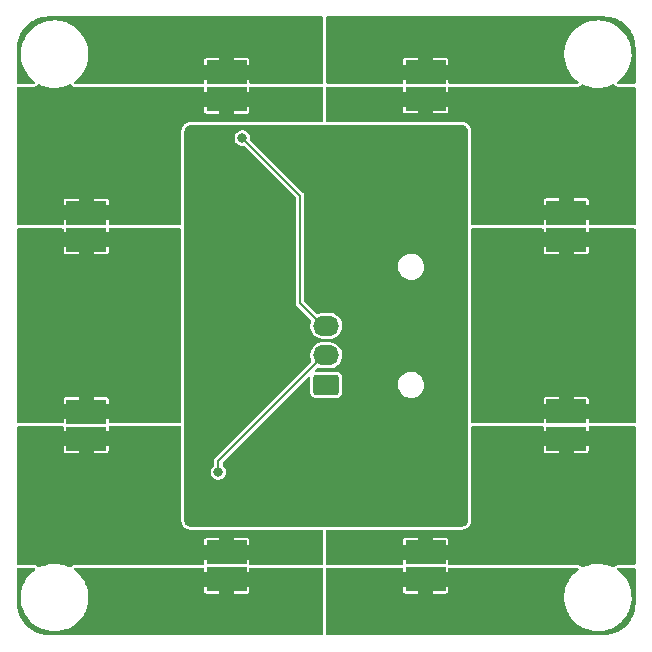
<source format=gtl>
G04 #@! TF.GenerationSoftware,KiCad,Pcbnew,(6.0.0)*
G04 #@! TF.CreationDate,2022-02-11T23:35:21-05:00*
G04 #@! TF.ProjectId,FalconRear,46616c63-6f6e-4526-9561-722e6b696361,1A*
G04 #@! TF.SameCoordinates,Original*
G04 #@! TF.FileFunction,Copper,L1,Top*
G04 #@! TF.FilePolarity,Positive*
%FSLAX46Y46*%
G04 Gerber Fmt 4.6, Leading zero omitted, Abs format (unit mm)*
G04 Created by KiCad (PCBNEW (6.0.0)) date 2022-02-11 23:35:21*
%MOMM*%
%LPD*%
G01*
G04 APERTURE LIST*
G04 Aperture macros list*
%AMRoundRect*
0 Rectangle with rounded corners*
0 $1 Rounding radius*
0 $2 $3 $4 $5 $6 $7 $8 $9 X,Y pos of 4 corners*
0 Add a 4 corners polygon primitive as box body*
4,1,4,$2,$3,$4,$5,$6,$7,$8,$9,$2,$3,0*
0 Add four circle primitives for the rounded corners*
1,1,$1+$1,$2,$3*
1,1,$1+$1,$4,$5*
1,1,$1+$1,$6,$7*
1,1,$1+$1,$8,$9*
0 Add four rect primitives between the rounded corners*
20,1,$1+$1,$2,$3,$4,$5,0*
20,1,$1+$1,$4,$5,$6,$7,0*
20,1,$1+$1,$6,$7,$8,$9,0*
20,1,$1+$1,$8,$9,$2,$3,0*%
G04 Aperture macros list end*
G04 #@! TA.AperFunction,SMDPad,CuDef*
%ADD10R,3.400000X2.000000*%
G04 #@! TD*
G04 #@! TA.AperFunction,ComponentPad*
%ADD11RoundRect,0.250000X-0.850000X-0.600000X0.850000X-0.600000X0.850000X0.600000X-0.850000X0.600000X0*%
G04 #@! TD*
G04 #@! TA.AperFunction,ComponentPad*
%ADD12O,2.200000X1.700000*%
G04 #@! TD*
G04 #@! TA.AperFunction,ViaPad*
%ADD13C,0.800000*%
G04 #@! TD*
G04 #@! TA.AperFunction,ViaPad*
%ADD14C,1.700000*%
G04 #@! TD*
G04 #@! TA.AperFunction,Conductor*
%ADD15C,0.203200*%
G04 #@! TD*
G04 APERTURE END LIST*
D10*
X153415749Y-76818547D03*
X153415749Y-74518547D03*
X136577527Y-117469111D03*
X136577527Y-115169111D03*
X165318275Y-105549999D03*
X165318275Y-103249999D03*
X136581487Y-76832264D03*
X136581487Y-74532264D03*
X153412771Y-117463853D03*
X153412771Y-115163853D03*
X124676038Y-88732400D03*
X124676038Y-86432400D03*
X165317478Y-88717539D03*
X165317478Y-86417539D03*
X124672292Y-105562605D03*
X124672292Y-103262605D03*
D11*
X145000000Y-101000000D03*
D12*
X145000000Y-98500000D03*
X145000000Y-96000000D03*
X145000000Y-93500000D03*
X145000000Y-91000000D03*
D13*
X145600000Y-82100000D03*
X136900000Y-100800000D03*
D14*
X138519500Y-109916600D03*
D13*
X145600000Y-80900000D03*
X138200000Y-100800000D03*
D14*
X136492072Y-82859945D03*
D13*
X135871075Y-108385810D03*
X156300000Y-74800000D03*
X156300000Y-72600000D03*
X156300000Y-73700000D03*
X150000000Y-117500000D03*
X149000000Y-117500000D03*
X151000000Y-117500000D03*
X133433978Y-74766022D03*
X133433978Y-73666022D03*
X133433978Y-72566022D03*
X133000000Y-118300000D03*
X133000000Y-117200000D03*
X133000000Y-119400000D03*
X137900000Y-80100000D03*
D15*
X144800000Y-98500000D02*
X135871075Y-107428925D01*
X145000000Y-98500000D02*
X144800000Y-98500000D01*
X135871075Y-107428925D02*
X135871075Y-108385810D01*
X137900000Y-80100000D02*
X142800000Y-85000000D01*
X142800000Y-85000000D02*
X142800000Y-94100000D01*
X142800000Y-94100000D02*
X144700000Y-96000000D01*
X144700000Y-96000000D02*
X145000000Y-96000000D01*
G04 #@! TA.AperFunction,Conductor*
G36*
X163373606Y-104519213D02*
G01*
X163410151Y-104569513D01*
X163415075Y-104600600D01*
X163415075Y-104899066D01*
X163419263Y-104911956D01*
X163423452Y-104914999D01*
X167205542Y-104914999D01*
X167218432Y-104910811D01*
X167221475Y-104906622D01*
X167221475Y-104600600D01*
X167240688Y-104541469D01*
X167290988Y-104504924D01*
X167322075Y-104500000D01*
X171099400Y-104500000D01*
X171158531Y-104519213D01*
X171195076Y-104569513D01*
X171200000Y-104600600D01*
X171200000Y-116145400D01*
X171180787Y-116204531D01*
X171130487Y-116241076D01*
X171099400Y-116246000D01*
X169718423Y-116246000D01*
X169698703Y-116249128D01*
X169643738Y-116257846D01*
X169643734Y-116257847D01*
X169639825Y-116258467D01*
X169617856Y-116265616D01*
X169583443Y-116276814D01*
X169583438Y-116276816D01*
X169580623Y-116277732D01*
X169526319Y-116302810D01*
X169453601Y-116370146D01*
X169417100Y-116420477D01*
X169416625Y-116420132D01*
X169370505Y-116458058D01*
X169308442Y-116461779D01*
X169284595Y-116452189D01*
X169247294Y-116431299D01*
X169007869Y-116331881D01*
X168941803Y-116304448D01*
X168939084Y-116303319D01*
X168806287Y-116265616D01*
X168620877Y-116212975D01*
X168620869Y-116212973D01*
X168618047Y-116212172D01*
X168615151Y-116211706D01*
X168615144Y-116211704D01*
X168291269Y-116159538D01*
X168291268Y-116159538D01*
X168288568Y-116159103D01*
X168285843Y-116158965D01*
X168285834Y-116158964D01*
X168100287Y-116149565D01*
X168100277Y-116149565D01*
X168098999Y-116149500D01*
X167914324Y-116149500D01*
X167912858Y-116149586D01*
X167912852Y-116149586D01*
X167820770Y-116154976D01*
X167666845Y-116163986D01*
X167502543Y-116193105D01*
X167341144Y-116221709D01*
X167341139Y-116221710D01*
X167338240Y-116222224D01*
X167335428Y-116223070D01*
X167335421Y-116223072D01*
X167068790Y-116303319D01*
X167018675Y-116318402D01*
X167015988Y-116319567D01*
X167015984Y-116319569D01*
X166715208Y-116450038D01*
X166715200Y-116450042D01*
X166712512Y-116451208D01*
X166709970Y-116452685D01*
X166709595Y-116452874D01*
X166648152Y-116462387D01*
X166592853Y-116433968D01*
X166582055Y-116419942D01*
X166581678Y-116420216D01*
X166546877Y-116372316D01*
X166546874Y-116372313D01*
X166545133Y-116369916D01*
X166543129Y-116367748D01*
X166543124Y-116367742D01*
X166509975Y-116331881D01*
X166509973Y-116331880D01*
X166504603Y-116326070D01*
X166418134Y-116277645D01*
X166404170Y-116273108D01*
X166362762Y-116259653D01*
X166362757Y-116259652D01*
X166359003Y-116258432D01*
X166324569Y-116252978D01*
X166284423Y-116246619D01*
X166284417Y-116246619D01*
X166280512Y-116246000D01*
X155416571Y-116246000D01*
X155357440Y-116226787D01*
X155320895Y-116176487D01*
X155315971Y-116145400D01*
X155315971Y-115814786D01*
X155311783Y-115801896D01*
X155307594Y-115798853D01*
X151525504Y-115798853D01*
X151512614Y-115803041D01*
X151509571Y-115807230D01*
X151509571Y-116145400D01*
X151490358Y-116204531D01*
X151440058Y-116241076D01*
X151408971Y-116246000D01*
X145100600Y-116246000D01*
X145041469Y-116226787D01*
X145004924Y-116176487D01*
X145000000Y-116145400D01*
X145000000Y-114512920D01*
X151509571Y-114512920D01*
X151513759Y-114525810D01*
X151517948Y-114528853D01*
X152761838Y-114528853D01*
X152774728Y-114524665D01*
X152777771Y-114520476D01*
X152777771Y-114512920D01*
X154047771Y-114512920D01*
X154051959Y-114525810D01*
X154056148Y-114528853D01*
X155300038Y-114528853D01*
X155312928Y-114524665D01*
X155315971Y-114520476D01*
X155315971Y-114148785D01*
X155315006Y-114138989D01*
X155306114Y-114094285D01*
X155298676Y-114076329D01*
X155264775Y-114025593D01*
X155251031Y-114011849D01*
X155200295Y-113977948D01*
X155182339Y-113970510D01*
X155137635Y-113961618D01*
X155127839Y-113960653D01*
X154063704Y-113960653D01*
X154050814Y-113964841D01*
X154047771Y-113969030D01*
X154047771Y-114512920D01*
X152777771Y-114512920D01*
X152777771Y-113976586D01*
X152773583Y-113963696D01*
X152769394Y-113960653D01*
X151697703Y-113960653D01*
X151687907Y-113961618D01*
X151643203Y-113970510D01*
X151625247Y-113977948D01*
X151574511Y-114011849D01*
X151560767Y-114025593D01*
X151526866Y-114076329D01*
X151519428Y-114094285D01*
X151510536Y-114138989D01*
X151509571Y-114148785D01*
X151509571Y-114512920D01*
X145000000Y-114512920D01*
X145000000Y-113354600D01*
X145019213Y-113295469D01*
X145069513Y-113258924D01*
X145100600Y-113254000D01*
X156493409Y-113254000D01*
X156494197Y-113253974D01*
X156494210Y-113253974D01*
X156509211Y-113253483D01*
X156509226Y-113253482D01*
X156510028Y-113253456D01*
X156510852Y-113253402D01*
X156522264Y-113252654D01*
X156522282Y-113252652D01*
X156523159Y-113252595D01*
X156539780Y-113250931D01*
X156539937Y-113252494D01*
X156539985Y-113252485D01*
X156539783Y-113250954D01*
X156649435Y-113236518D01*
X156682012Y-113230039D01*
X156683580Y-113229619D01*
X156683584Y-113229618D01*
X156705786Y-113223670D01*
X156705794Y-113223668D01*
X156707375Y-113223244D01*
X156708928Y-113222717D01*
X156708934Y-113222715D01*
X156723110Y-113217903D01*
X156738846Y-113212561D01*
X156834967Y-113172746D01*
X156864765Y-113158051D01*
X156866182Y-113157233D01*
X156886070Y-113145751D01*
X156886081Y-113145744D01*
X156887505Y-113144922D01*
X156915132Y-113126463D01*
X156956403Y-113094794D01*
X156997673Y-113063126D01*
X157022651Y-113041220D01*
X157041220Y-113022651D01*
X157042305Y-113021413D01*
X157042317Y-113021401D01*
X157062031Y-112998921D01*
X157063125Y-112997674D01*
X157126461Y-112915135D01*
X157144923Y-112887505D01*
X157158054Y-112864761D01*
X157172747Y-112834965D01*
X157212560Y-112738848D01*
X157223240Y-112707385D01*
X157230037Y-112682018D01*
X157236519Y-112649432D01*
X157250966Y-112539693D01*
X157252595Y-112523159D01*
X157253456Y-112510028D01*
X157254000Y-112493409D01*
X157254000Y-106565067D01*
X163415075Y-106565067D01*
X163416040Y-106574863D01*
X163424932Y-106619567D01*
X163432370Y-106637523D01*
X163466271Y-106688259D01*
X163480015Y-106702003D01*
X163530751Y-106735904D01*
X163548707Y-106743342D01*
X163593411Y-106752234D01*
X163603207Y-106753199D01*
X164667342Y-106753199D01*
X164680232Y-106749011D01*
X164683275Y-106744822D01*
X164683275Y-106737266D01*
X165953275Y-106737266D01*
X165957463Y-106750156D01*
X165961652Y-106753199D01*
X167033343Y-106753199D01*
X167043139Y-106752234D01*
X167087843Y-106743342D01*
X167105799Y-106735904D01*
X167156535Y-106702003D01*
X167170279Y-106688259D01*
X167204180Y-106637523D01*
X167211618Y-106619567D01*
X167220510Y-106574863D01*
X167221475Y-106565067D01*
X167221475Y-106200932D01*
X167217287Y-106188042D01*
X167213098Y-106184999D01*
X165969208Y-106184999D01*
X165956318Y-106189187D01*
X165953275Y-106193376D01*
X165953275Y-106737266D01*
X164683275Y-106737266D01*
X164683275Y-106200932D01*
X164679087Y-106188042D01*
X164674898Y-106184999D01*
X163431008Y-106184999D01*
X163418118Y-106189187D01*
X163415075Y-106193376D01*
X163415075Y-106565067D01*
X157254000Y-106565067D01*
X157254000Y-104600600D01*
X157273213Y-104541469D01*
X157323513Y-104504924D01*
X157354600Y-104500000D01*
X163314475Y-104500000D01*
X163373606Y-104519213D01*
G37*
G04 #@! TD.AperFunction*
G04 #@! TA.AperFunction,Conductor*
G36*
X120339643Y-116519213D02*
G01*
X120376188Y-116569513D01*
X120376188Y-116631687D01*
X120340844Y-116681100D01*
X120156886Y-116818969D01*
X120154746Y-116821003D01*
X120154744Y-116821005D01*
X119946851Y-117018633D01*
X119915011Y-117048901D01*
X119913140Y-117051150D01*
X119913134Y-117051157D01*
X119703493Y-117303223D01*
X119703488Y-117303230D01*
X119701614Y-117305483D01*
X119700013Y-117307943D01*
X119700009Y-117307949D01*
X119603378Y-117456465D01*
X119519610Y-117585210D01*
X119518308Y-117587840D01*
X119518305Y-117587844D01*
X119474669Y-117675942D01*
X119371485Y-117884261D01*
X119259262Y-118198552D01*
X119184474Y-118523789D01*
X119184154Y-118526714D01*
X119184153Y-118526718D01*
X119169125Y-118663934D01*
X119148142Y-118855531D01*
X119150763Y-119189246D01*
X119151129Y-119192163D01*
X119190600Y-119506813D01*
X119192301Y-119520376D01*
X119272188Y-119844399D01*
X119389334Y-120156888D01*
X119390681Y-120159503D01*
X119390683Y-120159508D01*
X119520806Y-120412156D01*
X119542138Y-120453575D01*
X119728514Y-120730409D01*
X119945914Y-120983607D01*
X120191371Y-121209712D01*
X120461532Y-121405635D01*
X120464101Y-121407074D01*
X120464103Y-121407075D01*
X120750134Y-121567261D01*
X120750139Y-121567264D01*
X120752706Y-121568701D01*
X121060916Y-121696681D01*
X121111921Y-121711162D01*
X121379123Y-121787025D01*
X121379131Y-121787027D01*
X121381953Y-121787828D01*
X121384849Y-121788294D01*
X121384856Y-121788296D01*
X121708731Y-121840462D01*
X121711432Y-121840897D01*
X121714157Y-121841035D01*
X121714166Y-121841036D01*
X121899713Y-121850435D01*
X121899723Y-121850435D01*
X121901001Y-121850500D01*
X122085676Y-121850500D01*
X122087142Y-121850414D01*
X122087148Y-121850414D01*
X122179230Y-121845024D01*
X122333155Y-121836014D01*
X122555609Y-121796589D01*
X122658856Y-121778291D01*
X122658861Y-121778290D01*
X122661760Y-121777776D01*
X122664572Y-121776930D01*
X122664579Y-121776928D01*
X122978521Y-121682442D01*
X122978522Y-121682441D01*
X122981325Y-121681598D01*
X122984012Y-121680433D01*
X122984016Y-121680431D01*
X123095064Y-121632261D01*
X123287488Y-121548792D01*
X123470734Y-121442354D01*
X123573525Y-121382648D01*
X123573528Y-121382646D01*
X123576064Y-121381173D01*
X123578408Y-121379417D01*
X123578413Y-121379413D01*
X123840751Y-121182802D01*
X123843114Y-121181031D01*
X123845449Y-121178812D01*
X124082861Y-120953122D01*
X124082862Y-120953121D01*
X124084989Y-120951099D01*
X124086860Y-120948850D01*
X124086866Y-120948843D01*
X124296507Y-120696777D01*
X124296512Y-120696770D01*
X124298386Y-120694517D01*
X124299987Y-120692057D01*
X124299991Y-120692051D01*
X124453568Y-120456013D01*
X124480390Y-120414790D01*
X124628515Y-120115739D01*
X124631907Y-120106241D01*
X124739750Y-119804215D01*
X124740738Y-119801448D01*
X124741839Y-119796663D01*
X124802803Y-119531541D01*
X124815526Y-119476211D01*
X124816760Y-119464950D01*
X124851538Y-119147392D01*
X124851538Y-119147390D01*
X124851858Y-119144469D01*
X124849237Y-118810754D01*
X124809499Y-118493975D01*
X124808271Y-118484179D01*
X134674327Y-118484179D01*
X134675292Y-118493975D01*
X134684184Y-118538679D01*
X134691622Y-118556635D01*
X134725523Y-118607371D01*
X134739267Y-118621115D01*
X134790003Y-118655016D01*
X134807959Y-118662454D01*
X134852663Y-118671346D01*
X134862459Y-118672311D01*
X135926594Y-118672311D01*
X135939484Y-118668123D01*
X135942527Y-118663934D01*
X135942527Y-118656378D01*
X137212527Y-118656378D01*
X137216715Y-118669268D01*
X137220904Y-118672311D01*
X138292595Y-118672311D01*
X138302391Y-118671346D01*
X138347095Y-118662454D01*
X138365051Y-118655016D01*
X138415787Y-118621115D01*
X138429531Y-118607371D01*
X138463432Y-118556635D01*
X138470870Y-118538679D01*
X138479762Y-118493975D01*
X138480727Y-118484179D01*
X138480727Y-118120044D01*
X138476539Y-118107154D01*
X138472350Y-118104111D01*
X137228460Y-118104111D01*
X137215570Y-118108299D01*
X137212527Y-118112488D01*
X137212527Y-118656378D01*
X135942527Y-118656378D01*
X135942527Y-118120044D01*
X135938339Y-118107154D01*
X135934150Y-118104111D01*
X134690260Y-118104111D01*
X134677370Y-118108299D01*
X134674327Y-118112488D01*
X134674327Y-118484179D01*
X124808271Y-118484179D01*
X124808065Y-118482540D01*
X124808064Y-118482537D01*
X124807699Y-118479624D01*
X124727812Y-118155601D01*
X124610666Y-117843112D01*
X124542764Y-117711271D01*
X124459208Y-117549038D01*
X124459206Y-117549035D01*
X124457862Y-117546425D01*
X124271486Y-117269591D01*
X124054086Y-117016393D01*
X123808629Y-116790288D01*
X123659363Y-116682039D01*
X123622774Y-116631771D01*
X123622720Y-116569596D01*
X123659221Y-116519265D01*
X123718423Y-116500000D01*
X134573727Y-116500000D01*
X134632858Y-116519213D01*
X134669403Y-116569513D01*
X134674327Y-116600600D01*
X134674327Y-116818178D01*
X134678515Y-116831068D01*
X134682704Y-116834111D01*
X138464794Y-116834111D01*
X138477684Y-116829923D01*
X138480727Y-116825734D01*
X138480727Y-116600600D01*
X138499940Y-116541469D01*
X138550240Y-116504924D01*
X138581327Y-116500000D01*
X144645400Y-116500000D01*
X144704531Y-116519213D01*
X144741076Y-116569513D01*
X144746000Y-116600600D01*
X144746000Y-122099400D01*
X144726787Y-122158531D01*
X144676487Y-122195076D01*
X144645400Y-122200000D01*
X121535050Y-122200000D01*
X121517581Y-122198472D01*
X121508666Y-122196900D01*
X121500000Y-122195372D01*
X121491334Y-122196900D01*
X121490863Y-122196900D01*
X121468462Y-122198229D01*
X121203333Y-122183340D01*
X121192130Y-122182077D01*
X120904750Y-122133250D01*
X120893768Y-122130743D01*
X120613671Y-122050048D01*
X120603026Y-122046323D01*
X120518213Y-122011192D01*
X120384349Y-121955744D01*
X120333738Y-121934780D01*
X120323574Y-121929886D01*
X120068451Y-121788885D01*
X120058909Y-121782889D01*
X119821173Y-121614207D01*
X119812380Y-121607196D01*
X119595014Y-121412945D01*
X119587055Y-121404986D01*
X119392804Y-121187620D01*
X119385793Y-121178827D01*
X119217111Y-120941091D01*
X119211115Y-120931549D01*
X119070114Y-120676426D01*
X119065220Y-120666262D01*
X119000701Y-120510500D01*
X118953676Y-120396971D01*
X118949951Y-120386326D01*
X118889514Y-120176547D01*
X118869257Y-120106232D01*
X118866748Y-120095242D01*
X118825151Y-119850411D01*
X118817923Y-119807870D01*
X118816660Y-119796663D01*
X118801771Y-119531538D01*
X118803100Y-119509137D01*
X118803100Y-119508666D01*
X118804628Y-119500000D01*
X118801528Y-119482419D01*
X118800000Y-119464950D01*
X118800000Y-116600600D01*
X118819213Y-116541469D01*
X118869513Y-116504924D01*
X118900600Y-116500000D01*
X120280512Y-116500000D01*
X120339643Y-116519213D01*
G37*
G04 #@! TD.AperFunction*
G04 #@! TA.AperFunction,Conductor*
G36*
X122731369Y-87773213D02*
G01*
X122767914Y-87823513D01*
X122772838Y-87854600D01*
X122772838Y-88081467D01*
X122777026Y-88094357D01*
X122781215Y-88097400D01*
X126563305Y-88097400D01*
X126576195Y-88093212D01*
X126579238Y-88089023D01*
X126579238Y-87854600D01*
X126598451Y-87795469D01*
X126648751Y-87758924D01*
X126679838Y-87754000D01*
X132645400Y-87754000D01*
X132704531Y-87773213D01*
X132741076Y-87823513D01*
X132746000Y-87854600D01*
X132746000Y-104145400D01*
X132726787Y-104204531D01*
X132676487Y-104241076D01*
X132645400Y-104246000D01*
X126676092Y-104246000D01*
X126616961Y-104226787D01*
X126580416Y-104176487D01*
X126575492Y-104145400D01*
X126575492Y-103913538D01*
X126571304Y-103900648D01*
X126567115Y-103897605D01*
X122785025Y-103897605D01*
X122772135Y-103901793D01*
X122769092Y-103905982D01*
X122769092Y-104145400D01*
X122749879Y-104204531D01*
X122699579Y-104241076D01*
X122668492Y-104246000D01*
X118900600Y-104246000D01*
X118841469Y-104226787D01*
X118804924Y-104176487D01*
X118800000Y-104145400D01*
X118800000Y-102611672D01*
X122769092Y-102611672D01*
X122773280Y-102624562D01*
X122777469Y-102627605D01*
X124021359Y-102627605D01*
X124034249Y-102623417D01*
X124037292Y-102619228D01*
X124037292Y-102611672D01*
X125307292Y-102611672D01*
X125311480Y-102624562D01*
X125315669Y-102627605D01*
X126559559Y-102627605D01*
X126572449Y-102623417D01*
X126575492Y-102619228D01*
X126575492Y-102247537D01*
X126574527Y-102237741D01*
X126565635Y-102193037D01*
X126558197Y-102175081D01*
X126524296Y-102124345D01*
X126510552Y-102110601D01*
X126459816Y-102076700D01*
X126441860Y-102069262D01*
X126397156Y-102060370D01*
X126387360Y-102059405D01*
X125323225Y-102059405D01*
X125310335Y-102063593D01*
X125307292Y-102067782D01*
X125307292Y-102611672D01*
X124037292Y-102611672D01*
X124037292Y-102075338D01*
X124033104Y-102062448D01*
X124028915Y-102059405D01*
X122957224Y-102059405D01*
X122947428Y-102060370D01*
X122902724Y-102069262D01*
X122884768Y-102076700D01*
X122834032Y-102110601D01*
X122820288Y-102124345D01*
X122786387Y-102175081D01*
X122778949Y-102193037D01*
X122770057Y-102237741D01*
X122769092Y-102247537D01*
X122769092Y-102611672D01*
X118800000Y-102611672D01*
X118800000Y-89747468D01*
X122772838Y-89747468D01*
X122773803Y-89757264D01*
X122782695Y-89801968D01*
X122790133Y-89819924D01*
X122824034Y-89870660D01*
X122837778Y-89884404D01*
X122888514Y-89918305D01*
X122906470Y-89925743D01*
X122951174Y-89934635D01*
X122960970Y-89935600D01*
X124025105Y-89935600D01*
X124037995Y-89931412D01*
X124041038Y-89927223D01*
X124041038Y-89919667D01*
X125311038Y-89919667D01*
X125315226Y-89932557D01*
X125319415Y-89935600D01*
X126391106Y-89935600D01*
X126400902Y-89934635D01*
X126445606Y-89925743D01*
X126463562Y-89918305D01*
X126514298Y-89884404D01*
X126528042Y-89870660D01*
X126561943Y-89819924D01*
X126569381Y-89801968D01*
X126578273Y-89757264D01*
X126579238Y-89747468D01*
X126579238Y-89383333D01*
X126575050Y-89370443D01*
X126570861Y-89367400D01*
X125326971Y-89367400D01*
X125314081Y-89371588D01*
X125311038Y-89375777D01*
X125311038Y-89919667D01*
X124041038Y-89919667D01*
X124041038Y-89383333D01*
X124036850Y-89370443D01*
X124032661Y-89367400D01*
X122788771Y-89367400D01*
X122775881Y-89371588D01*
X122772838Y-89375777D01*
X122772838Y-89747468D01*
X118800000Y-89747468D01*
X118800000Y-87854600D01*
X118819213Y-87795469D01*
X118869513Y-87758924D01*
X118900600Y-87754000D01*
X122672238Y-87754000D01*
X122731369Y-87773213D01*
G37*
G04 #@! TD.AperFunction*
G04 #@! TA.AperFunction,Conductor*
G36*
X123407147Y-75566032D02*
G01*
X123417945Y-75580058D01*
X123418322Y-75579784D01*
X123454867Y-75630084D01*
X123456871Y-75632252D01*
X123456876Y-75632258D01*
X123457758Y-75633212D01*
X123495397Y-75673930D01*
X123581866Y-75722355D01*
X123586573Y-75723884D01*
X123586572Y-75723884D01*
X123637238Y-75740347D01*
X123637243Y-75740348D01*
X123640997Y-75741568D01*
X123668651Y-75745948D01*
X123715577Y-75753381D01*
X123715583Y-75753381D01*
X123719488Y-75754000D01*
X134577687Y-75754000D01*
X134636818Y-75773213D01*
X134673363Y-75823513D01*
X134678287Y-75854600D01*
X134678287Y-76181331D01*
X134682475Y-76194221D01*
X134686664Y-76197264D01*
X138468754Y-76197264D01*
X138481644Y-76193076D01*
X138484687Y-76188887D01*
X138484687Y-75854600D01*
X138503900Y-75795469D01*
X138554200Y-75758924D01*
X138585287Y-75754000D01*
X144645400Y-75754000D01*
X144704531Y-75773213D01*
X144741076Y-75823513D01*
X144746000Y-75854600D01*
X144746000Y-78645400D01*
X144726787Y-78704531D01*
X144676487Y-78741076D01*
X144645400Y-78746000D01*
X133506591Y-78746000D01*
X133505803Y-78746026D01*
X133505790Y-78746026D01*
X133490789Y-78746517D01*
X133490774Y-78746518D01*
X133489972Y-78746544D01*
X133476841Y-78747405D01*
X133475989Y-78747489D01*
X133475976Y-78747490D01*
X133461167Y-78748949D01*
X133461156Y-78748950D01*
X133460306Y-78749034D01*
X133350565Y-78763482D01*
X133317988Y-78769961D01*
X133316420Y-78770381D01*
X133316416Y-78770382D01*
X133294214Y-78776330D01*
X133294206Y-78776332D01*
X133292625Y-78776756D01*
X133291072Y-78777283D01*
X133291066Y-78777285D01*
X133276890Y-78782097D01*
X133261154Y-78787439D01*
X133165033Y-78827254D01*
X133135235Y-78841949D01*
X133133821Y-78842766D01*
X133133818Y-78842767D01*
X133113930Y-78854249D01*
X133113919Y-78854256D01*
X133112495Y-78855078D01*
X133084868Y-78873537D01*
X133043597Y-78905206D01*
X133002327Y-78936874D01*
X132977349Y-78958780D01*
X132958780Y-78977349D01*
X132957695Y-78978587D01*
X132957683Y-78978599D01*
X132944561Y-78993562D01*
X132936875Y-79002326D01*
X132873539Y-79084865D01*
X132855077Y-79112495D01*
X132841946Y-79135239D01*
X132827253Y-79165035D01*
X132787440Y-79261152D01*
X132776759Y-79292619D01*
X132769963Y-79317984D01*
X132763482Y-79350563D01*
X132755219Y-79413322D01*
X132755219Y-79413326D01*
X132749034Y-79460308D01*
X132747405Y-79476841D01*
X132746544Y-79489972D01*
X132746000Y-79506591D01*
X132746000Y-87399400D01*
X132726787Y-87458531D01*
X132676487Y-87495076D01*
X132645400Y-87500000D01*
X126679838Y-87500000D01*
X126620707Y-87480787D01*
X126584162Y-87430487D01*
X126579238Y-87399400D01*
X126579238Y-87083333D01*
X126575050Y-87070443D01*
X126570861Y-87067400D01*
X122788771Y-87067400D01*
X122775881Y-87071588D01*
X122772838Y-87075777D01*
X122772838Y-87399400D01*
X122753625Y-87458531D01*
X122703325Y-87495076D01*
X122672238Y-87500000D01*
X118900600Y-87500000D01*
X118841469Y-87480787D01*
X118804924Y-87430487D01*
X118800000Y-87399400D01*
X118800000Y-85781467D01*
X122772838Y-85781467D01*
X122777026Y-85794357D01*
X122781215Y-85797400D01*
X124025105Y-85797400D01*
X124037995Y-85793212D01*
X124041038Y-85789023D01*
X124041038Y-85781467D01*
X125311038Y-85781467D01*
X125315226Y-85794357D01*
X125319415Y-85797400D01*
X126563305Y-85797400D01*
X126576195Y-85793212D01*
X126579238Y-85789023D01*
X126579238Y-85417332D01*
X126578273Y-85407536D01*
X126569381Y-85362832D01*
X126561943Y-85344876D01*
X126528042Y-85294140D01*
X126514298Y-85280396D01*
X126463562Y-85246495D01*
X126445606Y-85239057D01*
X126400902Y-85230165D01*
X126391106Y-85229200D01*
X125326971Y-85229200D01*
X125314081Y-85233388D01*
X125311038Y-85237577D01*
X125311038Y-85781467D01*
X124041038Y-85781467D01*
X124041038Y-85245133D01*
X124036850Y-85232243D01*
X124032661Y-85229200D01*
X122960970Y-85229200D01*
X122951174Y-85230165D01*
X122906470Y-85239057D01*
X122888514Y-85246495D01*
X122837778Y-85280396D01*
X122824034Y-85294140D01*
X122790133Y-85344876D01*
X122782695Y-85362832D01*
X122773803Y-85407536D01*
X122772838Y-85417332D01*
X122772838Y-85781467D01*
X118800000Y-85781467D01*
X118800000Y-77847332D01*
X134678287Y-77847332D01*
X134679252Y-77857128D01*
X134688144Y-77901832D01*
X134695582Y-77919788D01*
X134729483Y-77970524D01*
X134743227Y-77984268D01*
X134793963Y-78018169D01*
X134811919Y-78025607D01*
X134856623Y-78034499D01*
X134866419Y-78035464D01*
X135930554Y-78035464D01*
X135943444Y-78031276D01*
X135946487Y-78027087D01*
X135946487Y-78019531D01*
X137216487Y-78019531D01*
X137220675Y-78032421D01*
X137224864Y-78035464D01*
X138296555Y-78035464D01*
X138306351Y-78034499D01*
X138351055Y-78025607D01*
X138369011Y-78018169D01*
X138419747Y-77984268D01*
X138433491Y-77970524D01*
X138467392Y-77919788D01*
X138474830Y-77901832D01*
X138483722Y-77857128D01*
X138484687Y-77847332D01*
X138484687Y-77483197D01*
X138480499Y-77470307D01*
X138476310Y-77467264D01*
X137232420Y-77467264D01*
X137219530Y-77471452D01*
X137216487Y-77475641D01*
X137216487Y-78019531D01*
X135946487Y-78019531D01*
X135946487Y-77483197D01*
X135942299Y-77470307D01*
X135938110Y-77467264D01*
X134694220Y-77467264D01*
X134681330Y-77471452D01*
X134678287Y-77475641D01*
X134678287Y-77847332D01*
X118800000Y-77847332D01*
X118800000Y-75854600D01*
X118819213Y-75795469D01*
X118869513Y-75758924D01*
X118900600Y-75754000D01*
X120281577Y-75754000D01*
X120332341Y-75745948D01*
X120356262Y-75742154D01*
X120356266Y-75742153D01*
X120360175Y-75741533D01*
X120383389Y-75733979D01*
X120416557Y-75723186D01*
X120416562Y-75723184D01*
X120419377Y-75722268D01*
X120473681Y-75697190D01*
X120546399Y-75629854D01*
X120574245Y-75591458D01*
X120581159Y-75581924D01*
X120581161Y-75581921D01*
X120582900Y-75579523D01*
X120583375Y-75579868D01*
X120629495Y-75541942D01*
X120691558Y-75538221D01*
X120715405Y-75547811D01*
X120752706Y-75568701D01*
X120755425Y-75569830D01*
X121049181Y-75691808D01*
X121060916Y-75696681D01*
X121132406Y-75716978D01*
X121379123Y-75787025D01*
X121379131Y-75787027D01*
X121381953Y-75787828D01*
X121384849Y-75788294D01*
X121384856Y-75788296D01*
X121708731Y-75840462D01*
X121711432Y-75840897D01*
X121714157Y-75841035D01*
X121714166Y-75841036D01*
X121899713Y-75850435D01*
X121899723Y-75850435D01*
X121901001Y-75850500D01*
X122085676Y-75850500D01*
X122087142Y-75850414D01*
X122087148Y-75850414D01*
X122179230Y-75845024D01*
X122333155Y-75836014D01*
X122497458Y-75806895D01*
X122658856Y-75778291D01*
X122658861Y-75778290D01*
X122661760Y-75777776D01*
X122664572Y-75776930D01*
X122664579Y-75776928D01*
X122978521Y-75682442D01*
X122978522Y-75682441D01*
X122981325Y-75681598D01*
X122984012Y-75680433D01*
X122984016Y-75680431D01*
X123284792Y-75549962D01*
X123284800Y-75549958D01*
X123287488Y-75548792D01*
X123290030Y-75547315D01*
X123290405Y-75547126D01*
X123351848Y-75537613D01*
X123407147Y-75566032D01*
G37*
G04 #@! TD.AperFunction*
G04 #@! TA.AperFunction,Conductor*
G36*
X169407147Y-75566032D02*
G01*
X169417945Y-75580058D01*
X169418322Y-75579784D01*
X169454867Y-75630084D01*
X169456871Y-75632252D01*
X169456876Y-75632258D01*
X169457758Y-75633212D01*
X169495397Y-75673930D01*
X169581866Y-75722355D01*
X169586573Y-75723884D01*
X169586572Y-75723884D01*
X169637238Y-75740347D01*
X169637243Y-75740348D01*
X169640997Y-75741568D01*
X169668651Y-75745948D01*
X169715577Y-75753381D01*
X169715583Y-75753381D01*
X169719488Y-75754000D01*
X171099400Y-75754000D01*
X171158531Y-75773213D01*
X171195076Y-75823513D01*
X171200000Y-75854600D01*
X171200000Y-87399400D01*
X171180787Y-87458531D01*
X171130487Y-87495076D01*
X171099400Y-87500000D01*
X167321278Y-87500000D01*
X167262147Y-87480787D01*
X167225602Y-87430487D01*
X167220678Y-87399400D01*
X167220678Y-87068472D01*
X167216490Y-87055582D01*
X167212301Y-87052539D01*
X163430211Y-87052539D01*
X163417321Y-87056727D01*
X163414278Y-87060916D01*
X163414278Y-87399400D01*
X163395065Y-87458531D01*
X163344765Y-87495076D01*
X163313678Y-87500000D01*
X157354600Y-87500000D01*
X157295469Y-87480787D01*
X157258924Y-87430487D01*
X157254000Y-87399400D01*
X157254000Y-85766606D01*
X163414278Y-85766606D01*
X163418466Y-85779496D01*
X163422655Y-85782539D01*
X164666545Y-85782539D01*
X164679435Y-85778351D01*
X164682478Y-85774162D01*
X164682478Y-85766606D01*
X165952478Y-85766606D01*
X165956666Y-85779496D01*
X165960855Y-85782539D01*
X167204745Y-85782539D01*
X167217635Y-85778351D01*
X167220678Y-85774162D01*
X167220678Y-85402471D01*
X167219713Y-85392675D01*
X167210821Y-85347971D01*
X167203383Y-85330015D01*
X167169482Y-85279279D01*
X167155738Y-85265535D01*
X167105002Y-85231634D01*
X167087046Y-85224196D01*
X167042342Y-85215304D01*
X167032546Y-85214339D01*
X165968411Y-85214339D01*
X165955521Y-85218527D01*
X165952478Y-85222716D01*
X165952478Y-85766606D01*
X164682478Y-85766606D01*
X164682478Y-85230272D01*
X164678290Y-85217382D01*
X164674101Y-85214339D01*
X163602410Y-85214339D01*
X163592614Y-85215304D01*
X163547910Y-85224196D01*
X163529954Y-85231634D01*
X163479218Y-85265535D01*
X163465474Y-85279279D01*
X163431573Y-85330015D01*
X163424135Y-85347971D01*
X163415243Y-85392675D01*
X163414278Y-85402471D01*
X163414278Y-85766606D01*
X157254000Y-85766606D01*
X157254000Y-79506591D01*
X157253456Y-79489972D01*
X157252595Y-79476841D01*
X157250966Y-79460308D01*
X157244781Y-79413326D01*
X157244781Y-79413322D01*
X157236518Y-79350563D01*
X157230037Y-79317984D01*
X157223241Y-79292619D01*
X157212560Y-79261152D01*
X157172747Y-79165035D01*
X157158054Y-79135239D01*
X157144923Y-79112495D01*
X157126461Y-79084865D01*
X157063125Y-79002326D01*
X157055439Y-78993562D01*
X157042317Y-78978599D01*
X157042305Y-78978587D01*
X157041220Y-78977349D01*
X157022651Y-78958780D01*
X157021413Y-78957695D01*
X157021401Y-78957683D01*
X156998911Y-78937960D01*
X156997675Y-78936876D01*
X156956406Y-78905208D01*
X156956402Y-78905205D01*
X156915130Y-78873536D01*
X156887505Y-78855078D01*
X156886076Y-78854253D01*
X156886068Y-78854248D01*
X156866182Y-78842767D01*
X156866179Y-78842766D01*
X156864765Y-78841949D01*
X156834967Y-78827254D01*
X156738846Y-78787439D01*
X156723110Y-78782097D01*
X156708934Y-78777285D01*
X156708928Y-78777283D01*
X156707375Y-78776756D01*
X156705794Y-78776332D01*
X156705786Y-78776330D01*
X156683584Y-78770382D01*
X156683580Y-78770381D01*
X156682012Y-78769961D01*
X156649435Y-78763482D01*
X156539694Y-78749034D01*
X156538844Y-78748950D01*
X156538833Y-78748949D01*
X156524024Y-78747490D01*
X156524011Y-78747489D01*
X156523159Y-78747405D01*
X156510028Y-78746544D01*
X156509226Y-78746518D01*
X156509211Y-78746517D01*
X156494210Y-78746026D01*
X156494197Y-78746026D01*
X156493409Y-78746000D01*
X145100600Y-78746000D01*
X145041469Y-78726787D01*
X145004924Y-78676487D01*
X145000000Y-78645400D01*
X145000000Y-77833615D01*
X151512549Y-77833615D01*
X151513514Y-77843411D01*
X151522406Y-77888115D01*
X151529844Y-77906071D01*
X151563745Y-77956807D01*
X151577489Y-77970551D01*
X151628225Y-78004452D01*
X151646181Y-78011890D01*
X151690885Y-78020782D01*
X151700681Y-78021747D01*
X152764816Y-78021747D01*
X152777706Y-78017559D01*
X152780749Y-78013370D01*
X152780749Y-78005814D01*
X154050749Y-78005814D01*
X154054937Y-78018704D01*
X154059126Y-78021747D01*
X155130817Y-78021747D01*
X155140613Y-78020782D01*
X155185317Y-78011890D01*
X155203273Y-78004452D01*
X155254009Y-77970551D01*
X155267753Y-77956807D01*
X155301654Y-77906071D01*
X155309092Y-77888115D01*
X155317984Y-77843411D01*
X155318949Y-77833615D01*
X155318949Y-77469480D01*
X155314761Y-77456590D01*
X155310572Y-77453547D01*
X154066682Y-77453547D01*
X154053792Y-77457735D01*
X154050749Y-77461924D01*
X154050749Y-78005814D01*
X152780749Y-78005814D01*
X152780749Y-77469480D01*
X152776561Y-77456590D01*
X152772372Y-77453547D01*
X151528482Y-77453547D01*
X151515592Y-77457735D01*
X151512549Y-77461924D01*
X151512549Y-77833615D01*
X145000000Y-77833615D01*
X145000000Y-75854600D01*
X145019213Y-75795469D01*
X145069513Y-75758924D01*
X145100600Y-75754000D01*
X151411949Y-75754000D01*
X151471080Y-75773213D01*
X151507625Y-75823513D01*
X151512549Y-75854600D01*
X151512549Y-76167614D01*
X151516737Y-76180504D01*
X151520926Y-76183547D01*
X155303016Y-76183547D01*
X155315906Y-76179359D01*
X155318949Y-76175170D01*
X155318949Y-75854600D01*
X155338162Y-75795469D01*
X155388462Y-75758924D01*
X155419549Y-75754000D01*
X166281577Y-75754000D01*
X166332341Y-75745948D01*
X166356262Y-75742154D01*
X166356266Y-75742153D01*
X166360175Y-75741533D01*
X166383389Y-75733979D01*
X166416557Y-75723186D01*
X166416562Y-75723184D01*
X166419377Y-75722268D01*
X166473681Y-75697190D01*
X166546399Y-75629854D01*
X166582900Y-75579523D01*
X166583375Y-75579868D01*
X166629495Y-75541942D01*
X166691558Y-75538221D01*
X166715405Y-75547811D01*
X166752706Y-75568701D01*
X166755425Y-75569830D01*
X167049181Y-75691808D01*
X167060916Y-75696681D01*
X167074600Y-75700566D01*
X167379123Y-75787025D01*
X167379131Y-75787027D01*
X167381953Y-75787828D01*
X167384849Y-75788294D01*
X167384856Y-75788296D01*
X167708731Y-75840462D01*
X167711432Y-75840897D01*
X167714157Y-75841035D01*
X167714166Y-75841036D01*
X167899713Y-75850435D01*
X167899723Y-75850435D01*
X167901001Y-75850500D01*
X168085676Y-75850500D01*
X168087142Y-75850414D01*
X168087148Y-75850414D01*
X168179230Y-75845024D01*
X168333155Y-75836014D01*
X168497458Y-75806895D01*
X168658856Y-75778291D01*
X168658861Y-75778290D01*
X168661760Y-75777776D01*
X168664572Y-75776930D01*
X168664579Y-75776928D01*
X168978521Y-75682442D01*
X168978522Y-75682441D01*
X168981325Y-75681598D01*
X168984012Y-75680433D01*
X168984016Y-75680431D01*
X169284792Y-75549962D01*
X169284800Y-75549958D01*
X169287488Y-75548792D01*
X169290030Y-75547315D01*
X169290405Y-75547126D01*
X169351848Y-75537613D01*
X169407147Y-75566032D01*
G37*
G04 #@! TD.AperFunction*
G04 #@! TA.AperFunction,Conductor*
G36*
X156506540Y-79000861D02*
G01*
X156616281Y-79015309D01*
X156641644Y-79022104D01*
X156737765Y-79061919D01*
X156760505Y-79075048D01*
X156801777Y-79106717D01*
X156843046Y-79138385D01*
X156861615Y-79156954D01*
X156924951Y-79239493D01*
X156938082Y-79262237D01*
X156977895Y-79358354D01*
X156984691Y-79383719D01*
X156992954Y-79446478D01*
X156999139Y-79493460D01*
X157000000Y-79506591D01*
X157000000Y-112493409D01*
X156999139Y-112506540D01*
X156984692Y-112616279D01*
X156977895Y-112641646D01*
X156938082Y-112737763D01*
X156924951Y-112760507D01*
X156861615Y-112843046D01*
X156843046Y-112861615D01*
X156801776Y-112893283D01*
X156760505Y-112924952D01*
X156737765Y-112938081D01*
X156641644Y-112977896D01*
X156616281Y-112984691D01*
X156506629Y-112999127D01*
X156506540Y-112999139D01*
X156493409Y-113000000D01*
X133506591Y-113000000D01*
X133493460Y-112999139D01*
X133493371Y-112999127D01*
X133383719Y-112984691D01*
X133358356Y-112977896D01*
X133262235Y-112938081D01*
X133239495Y-112924952D01*
X133198223Y-112893283D01*
X133156954Y-112861615D01*
X133138385Y-112843046D01*
X133075049Y-112760507D01*
X133061918Y-112737763D01*
X133022105Y-112641646D01*
X133015308Y-112616279D01*
X133000861Y-112506540D01*
X133000000Y-112493409D01*
X133000000Y-108378906D01*
X135211804Y-108378906D01*
X135212469Y-108384930D01*
X135212469Y-108384934D01*
X135214451Y-108402881D01*
X135229188Y-108536363D01*
X135283628Y-108685129D01*
X135287014Y-108690168D01*
X135299237Y-108708357D01*
X135371983Y-108816615D01*
X135489151Y-108923229D01*
X135494478Y-108926121D01*
X135494479Y-108926122D01*
X135515779Y-108937687D01*
X135628368Y-108998818D01*
X135634238Y-109000358D01*
X135775730Y-109037478D01*
X135775731Y-109037478D01*
X135781597Y-109039017D01*
X135853791Y-109040151D01*
X135933927Y-109041410D01*
X135933929Y-109041410D01*
X135939991Y-109041505D01*
X135945902Y-109040151D01*
X135945904Y-109040151D01*
X136088497Y-109007493D01*
X136088500Y-109007492D01*
X136094407Y-109006139D01*
X136235930Y-108934961D01*
X136302881Y-108877780D01*
X136351780Y-108836016D01*
X136351782Y-108836014D01*
X136356389Y-108832079D01*
X136387629Y-108788604D01*
X136445293Y-108708357D01*
X136445295Y-108708354D01*
X136448830Y-108703434D01*
X136507917Y-108556451D01*
X136530237Y-108399617D01*
X136530382Y-108385810D01*
X136511351Y-108228543D01*
X136455355Y-108080356D01*
X136365628Y-107949802D01*
X136361103Y-107945770D01*
X136361100Y-107945767D01*
X136294111Y-107886083D01*
X136260853Y-107856451D01*
X136229484Y-107802771D01*
X136227175Y-107781340D01*
X136227175Y-107618096D01*
X136246388Y-107558965D01*
X136256640Y-107546961D01*
X143473765Y-100329837D01*
X143529163Y-100301611D01*
X143590571Y-100311337D01*
X143634535Y-100355301D01*
X143645500Y-100400972D01*
X143645500Y-101647756D01*
X143652202Y-101709448D01*
X143702929Y-101844764D01*
X143789596Y-101960404D01*
X143905236Y-102047071D01*
X144040552Y-102097798D01*
X144075082Y-102101549D01*
X144099544Y-102104207D01*
X144099550Y-102104207D01*
X144102244Y-102104500D01*
X145897756Y-102104500D01*
X145900450Y-102104207D01*
X145900456Y-102104207D01*
X145924918Y-102101549D01*
X145959448Y-102097798D01*
X146094764Y-102047071D01*
X146210404Y-101960404D01*
X146297071Y-101844764D01*
X146347798Y-101709448D01*
X146354500Y-101647756D01*
X146354500Y-100945800D01*
X151071801Y-100945800D01*
X151081545Y-101156333D01*
X151082666Y-101160985D01*
X151082667Y-101160991D01*
X151107198Y-101262778D01*
X151130924Y-101361226D01*
X151218157Y-101553084D01*
X151340096Y-101724986D01*
X151492340Y-101870728D01*
X151669397Y-101985052D01*
X151864878Y-102063834D01*
X151869581Y-102064752D01*
X151869583Y-102064753D01*
X152068174Y-102103535D01*
X152068177Y-102103535D01*
X152071729Y-102104229D01*
X152075345Y-102104406D01*
X152075346Y-102104406D01*
X152075641Y-102104420D01*
X152077270Y-102104500D01*
X152232659Y-102104500D01*
X152235035Y-102104273D01*
X152235042Y-102104273D01*
X152333003Y-102094926D01*
X152389806Y-102089507D01*
X152394399Y-102088160D01*
X152394402Y-102088159D01*
X152587454Y-102031523D01*
X152592042Y-102030177D01*
X152676178Y-101986844D01*
X152775147Y-101935872D01*
X152775150Y-101935870D01*
X152779410Y-101933676D01*
X152892600Y-101844764D01*
X152941379Y-101806448D01*
X152941383Y-101806444D01*
X152945149Y-101803486D01*
X152948287Y-101799870D01*
X152948290Y-101799867D01*
X153080145Y-101647918D01*
X153080145Y-101647917D01*
X153083281Y-101644304D01*
X153138576Y-101548722D01*
X153186421Y-101466020D01*
X153186423Y-101466016D01*
X153188819Y-101461874D01*
X153257957Y-101262778D01*
X153288199Y-101054200D01*
X153278455Y-100843667D01*
X153277334Y-100839015D01*
X153277333Y-100839009D01*
X153230197Y-100643427D01*
X153229076Y-100638774D01*
X153141843Y-100446916D01*
X153019904Y-100275014D01*
X152867660Y-100129272D01*
X152690603Y-100014948D01*
X152495122Y-99936166D01*
X152490419Y-99935248D01*
X152490417Y-99935247D01*
X152291826Y-99896465D01*
X152291823Y-99896465D01*
X152288271Y-99895771D01*
X152284655Y-99895594D01*
X152284654Y-99895594D01*
X152284359Y-99895580D01*
X152282730Y-99895500D01*
X152127341Y-99895500D01*
X152124965Y-99895727D01*
X152124958Y-99895727D01*
X152033868Y-99904418D01*
X151970194Y-99910493D01*
X151965601Y-99911840D01*
X151965598Y-99911841D01*
X151772546Y-99968477D01*
X151767958Y-99969823D01*
X151763704Y-99972014D01*
X151584853Y-100064128D01*
X151584850Y-100064130D01*
X151580590Y-100066324D01*
X151503760Y-100126675D01*
X151418621Y-100193552D01*
X151418617Y-100193556D01*
X151414851Y-100196514D01*
X151411713Y-100200130D01*
X151411710Y-100200133D01*
X151333248Y-100290552D01*
X151276719Y-100355696D01*
X151274322Y-100359840D01*
X151173579Y-100533980D01*
X151173577Y-100533984D01*
X151171181Y-100538126D01*
X151102043Y-100737222D01*
X151071801Y-100945800D01*
X146354500Y-100945800D01*
X146354500Y-100352244D01*
X146347798Y-100290552D01*
X146297071Y-100155236D01*
X146210404Y-100039596D01*
X146094764Y-99952929D01*
X145959448Y-99902202D01*
X145924918Y-99898451D01*
X145900456Y-99895793D01*
X145900450Y-99895793D01*
X145897756Y-99895500D01*
X144150972Y-99895500D01*
X144091841Y-99876287D01*
X144055296Y-99825987D01*
X144055296Y-99763813D01*
X144079837Y-99723765D01*
X144248775Y-99554827D01*
X144304173Y-99526601D01*
X144357513Y-99532655D01*
X144434878Y-99563834D01*
X144439581Y-99564752D01*
X144439583Y-99564753D01*
X144638174Y-99603535D01*
X144638177Y-99603535D01*
X144641729Y-99604229D01*
X144645345Y-99604406D01*
X144645346Y-99604406D01*
X144645641Y-99604420D01*
X144647270Y-99604500D01*
X145302659Y-99604500D01*
X145305035Y-99604273D01*
X145305042Y-99604273D01*
X145403003Y-99594926D01*
X145459806Y-99589507D01*
X145464399Y-99588160D01*
X145464402Y-99588159D01*
X145657454Y-99531523D01*
X145662042Y-99530177D01*
X145705511Y-99507789D01*
X145845147Y-99435872D01*
X145845150Y-99435870D01*
X145849410Y-99433676D01*
X145943958Y-99359407D01*
X146011379Y-99306448D01*
X146011383Y-99306444D01*
X146015149Y-99303486D01*
X146018287Y-99299870D01*
X146018290Y-99299867D01*
X146150145Y-99147918D01*
X146150145Y-99147917D01*
X146153281Y-99144304D01*
X146224864Y-99020568D01*
X146256421Y-98966020D01*
X146256423Y-98966016D01*
X146258819Y-98961874D01*
X146327957Y-98762778D01*
X146358199Y-98554200D01*
X146348455Y-98343667D01*
X146347334Y-98339015D01*
X146347333Y-98339009D01*
X146300197Y-98143427D01*
X146299076Y-98138774D01*
X146211843Y-97946916D01*
X146089904Y-97775014D01*
X145937660Y-97629272D01*
X145760603Y-97514948D01*
X145565122Y-97436166D01*
X145560419Y-97435248D01*
X145560417Y-97435247D01*
X145361826Y-97396465D01*
X145361823Y-97396465D01*
X145358271Y-97395771D01*
X145354655Y-97395594D01*
X145354654Y-97395594D01*
X145354359Y-97395580D01*
X145352730Y-97395500D01*
X144697341Y-97395500D01*
X144694965Y-97395727D01*
X144694958Y-97395727D01*
X144596997Y-97405074D01*
X144540194Y-97410493D01*
X144535601Y-97411840D01*
X144535598Y-97411841D01*
X144342546Y-97468477D01*
X144337958Y-97469823D01*
X144333704Y-97472014D01*
X144154853Y-97564128D01*
X144154850Y-97564130D01*
X144150590Y-97566324D01*
X144073760Y-97626675D01*
X143988621Y-97693552D01*
X143988617Y-97693556D01*
X143984851Y-97696514D01*
X143981713Y-97700130D01*
X143981710Y-97700133D01*
X143913343Y-97778919D01*
X143846719Y-97855696D01*
X143844322Y-97859840D01*
X143743579Y-98033980D01*
X143743577Y-98033984D01*
X143741181Y-98038126D01*
X143672043Y-98237222D01*
X143641801Y-98445800D01*
X143651545Y-98656333D01*
X143652666Y-98660985D01*
X143652667Y-98660991D01*
X143677198Y-98762778D01*
X143700924Y-98861226D01*
X143745283Y-98958789D01*
X143752267Y-99020568D01*
X143724839Y-99071560D01*
X135653726Y-107142672D01*
X135637158Y-107156052D01*
X135628101Y-107161900D01*
X135622954Y-107168429D01*
X135607948Y-107187464D01*
X135603972Y-107191938D01*
X135603974Y-107191940D01*
X135601289Y-107195109D01*
X135598355Y-107198043D01*
X135587561Y-107213147D01*
X135584768Y-107216868D01*
X135554707Y-107255000D01*
X135552097Y-107262432D01*
X135551446Y-107263685D01*
X135546865Y-107270096D01*
X135532952Y-107316619D01*
X135531507Y-107321063D01*
X135515427Y-107366854D01*
X135514975Y-107372073D01*
X135514975Y-107374240D01*
X135514899Y-107376000D01*
X135514783Y-107377375D01*
X135512898Y-107383677D01*
X135513225Y-107391990D01*
X135514897Y-107434559D01*
X135514975Y-107438508D01*
X135514975Y-107782134D01*
X135495762Y-107841265D01*
X135480509Y-107857940D01*
X135381114Y-107944648D01*
X135290025Y-108074254D01*
X135232481Y-108221847D01*
X135211804Y-108378906D01*
X133000000Y-108378906D01*
X133000000Y-80093096D01*
X137240729Y-80093096D01*
X137241394Y-80099120D01*
X137241394Y-80099124D01*
X137243376Y-80117071D01*
X137258113Y-80250553D01*
X137312553Y-80399319D01*
X137400908Y-80530805D01*
X137518076Y-80637419D01*
X137657293Y-80713008D01*
X137663163Y-80714548D01*
X137804655Y-80751668D01*
X137804656Y-80751668D01*
X137810522Y-80753207D01*
X137882716Y-80754341D01*
X137962852Y-80755600D01*
X137962854Y-80755600D01*
X137968916Y-80755695D01*
X137974826Y-80754341D01*
X137974830Y-80754341D01*
X137980182Y-80753115D01*
X137982347Y-80752619D01*
X138044274Y-80758144D01*
X138075943Y-80779544D01*
X142414435Y-85118036D01*
X142442661Y-85173434D01*
X142443900Y-85189171D01*
X142443900Y-94051275D01*
X142441646Y-94072450D01*
X142439376Y-94082993D01*
X142440353Y-94091248D01*
X142443203Y-94115327D01*
X142443555Y-94121298D01*
X142443558Y-94121298D01*
X142443900Y-94125437D01*
X142443900Y-94129584D01*
X142444580Y-94133672D01*
X142444581Y-94133679D01*
X142446938Y-94147841D01*
X142447606Y-94152531D01*
X142453310Y-94200722D01*
X142456721Y-94207826D01*
X142457147Y-94209170D01*
X142458440Y-94216942D01*
X142462389Y-94224260D01*
X142481475Y-94259633D01*
X142483626Y-94263855D01*
X142504628Y-94307590D01*
X142507999Y-94311600D01*
X142509539Y-94313140D01*
X142510722Y-94314430D01*
X142511610Y-94315482D01*
X142514735Y-94321274D01*
X142520840Y-94326917D01*
X142520842Y-94326920D01*
X142552138Y-94355849D01*
X142554986Y-94358587D01*
X143694887Y-95498489D01*
X143723112Y-95553885D01*
X143718784Y-95602622D01*
X143672043Y-95737222D01*
X143641801Y-95945800D01*
X143651545Y-96156333D01*
X143652666Y-96160985D01*
X143652667Y-96160991D01*
X143677198Y-96262778D01*
X143700924Y-96361226D01*
X143788157Y-96553084D01*
X143910096Y-96724986D01*
X144062340Y-96870728D01*
X144239397Y-96985052D01*
X144434878Y-97063834D01*
X144439581Y-97064752D01*
X144439583Y-97064753D01*
X144638174Y-97103535D01*
X144638177Y-97103535D01*
X144641729Y-97104229D01*
X144645345Y-97104406D01*
X144645346Y-97104406D01*
X144645641Y-97104420D01*
X144647270Y-97104500D01*
X145302659Y-97104500D01*
X145305035Y-97104273D01*
X145305042Y-97104273D01*
X145403003Y-97094926D01*
X145459806Y-97089507D01*
X145464399Y-97088160D01*
X145464402Y-97088159D01*
X145657454Y-97031523D01*
X145662042Y-97030177D01*
X145746178Y-96986844D01*
X145845147Y-96935872D01*
X145845150Y-96935870D01*
X145849410Y-96933676D01*
X145943958Y-96859407D01*
X146011379Y-96806448D01*
X146011383Y-96806444D01*
X146015149Y-96803486D01*
X146018287Y-96799870D01*
X146018290Y-96799867D01*
X146150145Y-96647918D01*
X146150145Y-96647917D01*
X146153281Y-96644304D01*
X146208576Y-96548722D01*
X146256421Y-96466020D01*
X146256423Y-96466016D01*
X146258819Y-96461874D01*
X146327957Y-96262778D01*
X146358199Y-96054200D01*
X146348455Y-95843667D01*
X146347334Y-95839015D01*
X146347333Y-95839009D01*
X146300197Y-95643427D01*
X146299076Y-95638774D01*
X146211843Y-95446916D01*
X146089904Y-95275014D01*
X145937660Y-95129272D01*
X145760603Y-95014948D01*
X145565122Y-94936166D01*
X145560419Y-94935248D01*
X145560417Y-94935247D01*
X145361826Y-94896465D01*
X145361823Y-94896465D01*
X145358271Y-94895771D01*
X145354655Y-94895594D01*
X145354654Y-94895594D01*
X145354359Y-94895580D01*
X145352730Y-94895500D01*
X144697341Y-94895500D01*
X144694965Y-94895727D01*
X144694958Y-94895727D01*
X144596997Y-94905074D01*
X144540194Y-94910493D01*
X144535601Y-94911840D01*
X144535598Y-94911841D01*
X144342546Y-94968477D01*
X144337958Y-94969823D01*
X144333704Y-94972014D01*
X144294634Y-94992136D01*
X144233268Y-95002130D01*
X144177437Y-94973836D01*
X143185565Y-93981963D01*
X143157339Y-93926565D01*
X143156100Y-93910828D01*
X143156100Y-90945800D01*
X151071801Y-90945800D01*
X151081545Y-91156333D01*
X151082666Y-91160985D01*
X151082667Y-91160991D01*
X151107198Y-91262778D01*
X151130924Y-91361226D01*
X151218157Y-91553084D01*
X151340096Y-91724986D01*
X151492340Y-91870728D01*
X151669397Y-91985052D01*
X151864878Y-92063834D01*
X151869581Y-92064752D01*
X151869583Y-92064753D01*
X152068174Y-92103535D01*
X152068177Y-92103535D01*
X152071729Y-92104229D01*
X152075345Y-92104406D01*
X152075346Y-92104406D01*
X152075641Y-92104420D01*
X152077270Y-92104500D01*
X152232659Y-92104500D01*
X152235035Y-92104273D01*
X152235042Y-92104273D01*
X152333003Y-92094926D01*
X152389806Y-92089507D01*
X152394399Y-92088160D01*
X152394402Y-92088159D01*
X152587454Y-92031523D01*
X152592042Y-92030177D01*
X152676178Y-91986844D01*
X152775147Y-91935872D01*
X152775150Y-91935870D01*
X152779410Y-91933676D01*
X152873958Y-91859407D01*
X152941379Y-91806448D01*
X152941383Y-91806444D01*
X152945149Y-91803486D01*
X152948287Y-91799870D01*
X152948290Y-91799867D01*
X153080145Y-91647918D01*
X153080145Y-91647917D01*
X153083281Y-91644304D01*
X153138576Y-91548722D01*
X153186421Y-91466020D01*
X153186423Y-91466016D01*
X153188819Y-91461874D01*
X153257957Y-91262778D01*
X153288199Y-91054200D01*
X153278455Y-90843667D01*
X153277334Y-90839015D01*
X153277333Y-90839009D01*
X153230197Y-90643427D01*
X153229076Y-90638774D01*
X153141843Y-90446916D01*
X153019904Y-90275014D01*
X152867660Y-90129272D01*
X152690603Y-90014948D01*
X152495122Y-89936166D01*
X152490419Y-89935248D01*
X152490417Y-89935247D01*
X152291826Y-89896465D01*
X152291823Y-89896465D01*
X152288271Y-89895771D01*
X152284655Y-89895594D01*
X152284654Y-89895594D01*
X152284359Y-89895580D01*
X152282730Y-89895500D01*
X152127341Y-89895500D01*
X152124965Y-89895727D01*
X152124958Y-89895727D01*
X152026997Y-89905074D01*
X151970194Y-89910493D01*
X151965601Y-89911840D01*
X151965598Y-89911841D01*
X151772546Y-89968477D01*
X151767958Y-89969823D01*
X151763704Y-89972014D01*
X151584853Y-90064128D01*
X151584850Y-90064130D01*
X151580590Y-90066324D01*
X151503760Y-90126675D01*
X151418621Y-90193552D01*
X151418617Y-90193556D01*
X151414851Y-90196514D01*
X151411713Y-90200130D01*
X151411710Y-90200133D01*
X151343343Y-90278919D01*
X151276719Y-90355696D01*
X151274322Y-90359840D01*
X151173579Y-90533980D01*
X151173577Y-90533984D01*
X151171181Y-90538126D01*
X151102043Y-90737222D01*
X151071801Y-90945800D01*
X143156100Y-90945800D01*
X143156100Y-85048719D01*
X143158352Y-85027554D01*
X143160623Y-85017006D01*
X143156797Y-84984680D01*
X143156445Y-84978702D01*
X143156442Y-84978702D01*
X143156100Y-84974563D01*
X143156100Y-84970416D01*
X143155420Y-84966328D01*
X143155419Y-84966321D01*
X143153059Y-84952141D01*
X143152391Y-84947451D01*
X143147666Y-84907533D01*
X143146689Y-84899277D01*
X143143284Y-84892185D01*
X143142852Y-84890821D01*
X143141560Y-84883058D01*
X143118512Y-84840344D01*
X143116373Y-84836145D01*
X143098112Y-84798114D01*
X143098110Y-84798111D01*
X143095372Y-84792409D01*
X143092001Y-84788399D01*
X143090449Y-84786847D01*
X143089275Y-84785567D01*
X143088391Y-84784519D01*
X143085265Y-84778726D01*
X143047875Y-84744163D01*
X143045027Y-84741425D01*
X138577045Y-80273443D01*
X138548819Y-80218045D01*
X138548584Y-80188134D01*
X138558697Y-80117071D01*
X138559162Y-80113807D01*
X138559307Y-80100000D01*
X138540276Y-79942733D01*
X138484280Y-79794546D01*
X138394553Y-79663992D01*
X138276275Y-79558611D01*
X138136274Y-79484484D01*
X137982633Y-79445892D01*
X137976576Y-79445860D01*
X137976574Y-79445860D01*
X137899450Y-79445456D01*
X137824221Y-79445062D01*
X137818324Y-79446478D01*
X137818322Y-79446478D01*
X137676082Y-79480627D01*
X137670184Y-79482043D01*
X137664798Y-79484823D01*
X137664795Y-79484824D01*
X137622623Y-79506591D01*
X137529414Y-79554700D01*
X137410039Y-79658838D01*
X137318950Y-79788444D01*
X137261406Y-79936037D01*
X137240729Y-80093096D01*
X133000000Y-80093096D01*
X133000000Y-79506591D01*
X133000861Y-79493460D01*
X133007046Y-79446478D01*
X133015309Y-79383719D01*
X133022105Y-79358354D01*
X133061918Y-79262237D01*
X133075049Y-79239493D01*
X133138385Y-79156954D01*
X133156954Y-79138385D01*
X133198224Y-79106717D01*
X133239495Y-79075048D01*
X133262235Y-79061919D01*
X133358356Y-79022104D01*
X133383719Y-79015309D01*
X133493460Y-79000861D01*
X133506591Y-79000000D01*
X156493409Y-79000000D01*
X156506540Y-79000861D01*
G37*
G04 #@! TD.AperFunction*
G04 #@! TA.AperFunction,Conductor*
G36*
X144704531Y-69819213D02*
G01*
X144741076Y-69869513D01*
X144746000Y-69900600D01*
X144746000Y-75399400D01*
X144726787Y-75458531D01*
X144676487Y-75495076D01*
X144645400Y-75500000D01*
X138585287Y-75500000D01*
X138526156Y-75480787D01*
X138489611Y-75430487D01*
X138484687Y-75399400D01*
X138484687Y-75183197D01*
X138480499Y-75170307D01*
X138476310Y-75167264D01*
X134694220Y-75167264D01*
X134681330Y-75171452D01*
X134678287Y-75175641D01*
X134678287Y-75399400D01*
X134659074Y-75458531D01*
X134608774Y-75495076D01*
X134577687Y-75500000D01*
X123719488Y-75500000D01*
X123660357Y-75480787D01*
X123623812Y-75430487D01*
X123623812Y-75368313D01*
X123659156Y-75318899D01*
X123840751Y-75182802D01*
X123843114Y-75181031D01*
X124041779Y-74992176D01*
X124082861Y-74953122D01*
X124082862Y-74953121D01*
X124084989Y-74951099D01*
X124086860Y-74948850D01*
X124086866Y-74948843D01*
X124296507Y-74696777D01*
X124296512Y-74696770D01*
X124298386Y-74694517D01*
X124299987Y-74692057D01*
X124299991Y-74692051D01*
X124453568Y-74456013D01*
X124480390Y-74414790D01*
X124628515Y-74115739D01*
X124709517Y-73888887D01*
X124712215Y-73881331D01*
X134678287Y-73881331D01*
X134682475Y-73894221D01*
X134686664Y-73897264D01*
X135930554Y-73897264D01*
X135943444Y-73893076D01*
X135946487Y-73888887D01*
X135946487Y-73881331D01*
X137216487Y-73881331D01*
X137220675Y-73894221D01*
X137224864Y-73897264D01*
X138468754Y-73897264D01*
X138481644Y-73893076D01*
X138484687Y-73888887D01*
X138484687Y-73517196D01*
X138483722Y-73507400D01*
X138474830Y-73462696D01*
X138467392Y-73444740D01*
X138433491Y-73394004D01*
X138419747Y-73380260D01*
X138369011Y-73346359D01*
X138351055Y-73338921D01*
X138306351Y-73330029D01*
X138296555Y-73329064D01*
X137232420Y-73329064D01*
X137219530Y-73333252D01*
X137216487Y-73337441D01*
X137216487Y-73881331D01*
X135946487Y-73881331D01*
X135946487Y-73344997D01*
X135942299Y-73332107D01*
X135938110Y-73329064D01*
X134866419Y-73329064D01*
X134856623Y-73330029D01*
X134811919Y-73338921D01*
X134793963Y-73346359D01*
X134743227Y-73380260D01*
X134729483Y-73394004D01*
X134695582Y-73444740D01*
X134688144Y-73462696D01*
X134679252Y-73507400D01*
X134678287Y-73517196D01*
X134678287Y-73881331D01*
X124712215Y-73881331D01*
X124739750Y-73804215D01*
X124740738Y-73801448D01*
X124815526Y-73476211D01*
X124817075Y-73462072D01*
X124851538Y-73147392D01*
X124851538Y-73147390D01*
X124851858Y-73144469D01*
X124849237Y-72810754D01*
X124812879Y-72520916D01*
X124808065Y-72482540D01*
X124808064Y-72482537D01*
X124807699Y-72479624D01*
X124727812Y-72155601D01*
X124610666Y-71843112D01*
X124607644Y-71837243D01*
X124459208Y-71549038D01*
X124459206Y-71549035D01*
X124457862Y-71546425D01*
X124271486Y-71269591D01*
X124054086Y-71016393D01*
X123977227Y-70945593D01*
X123810796Y-70792284D01*
X123810795Y-70792283D01*
X123808629Y-70790288D01*
X123538468Y-70594365D01*
X123472359Y-70557342D01*
X123249866Y-70432739D01*
X123249861Y-70432736D01*
X123247294Y-70431299D01*
X122939084Y-70303319D01*
X122849565Y-70277903D01*
X122620877Y-70212975D01*
X122620869Y-70212973D01*
X122618047Y-70212172D01*
X122615151Y-70211706D01*
X122615144Y-70211704D01*
X122291269Y-70159538D01*
X122291268Y-70159538D01*
X122288568Y-70159103D01*
X122285843Y-70158965D01*
X122285834Y-70158964D01*
X122100287Y-70149565D01*
X122100277Y-70149565D01*
X122098999Y-70149500D01*
X121914324Y-70149500D01*
X121912858Y-70149586D01*
X121912852Y-70149586D01*
X121820770Y-70154976D01*
X121666845Y-70163986D01*
X121535884Y-70187196D01*
X121341144Y-70221709D01*
X121341139Y-70221710D01*
X121338240Y-70222224D01*
X121335428Y-70223070D01*
X121335421Y-70223072D01*
X121116902Y-70288839D01*
X121018675Y-70318402D01*
X121015988Y-70319567D01*
X121015984Y-70319569D01*
X120904936Y-70367739D01*
X120712512Y-70451208D01*
X120709964Y-70452688D01*
X120464916Y-70595024D01*
X120423936Y-70618827D01*
X120421592Y-70620583D01*
X120421587Y-70620587D01*
X120197461Y-70788560D01*
X120156886Y-70818969D01*
X120154746Y-70821003D01*
X120154744Y-70821005D01*
X119946851Y-71018633D01*
X119915011Y-71048901D01*
X119913140Y-71051150D01*
X119913134Y-71051157D01*
X119703493Y-71303223D01*
X119703488Y-71303230D01*
X119701614Y-71305483D01*
X119700013Y-71307943D01*
X119700009Y-71307949D01*
X119603378Y-71456465D01*
X119519610Y-71585210D01*
X119518308Y-71587840D01*
X119518305Y-71587844D01*
X119474670Y-71675940D01*
X119371485Y-71884261D01*
X119370501Y-71887018D01*
X119370498Y-71887024D01*
X119335985Y-71983681D01*
X119259262Y-72198552D01*
X119258603Y-72201417D01*
X119258602Y-72201421D01*
X119251837Y-72230841D01*
X119184474Y-72523789D01*
X119184154Y-72526714D01*
X119184153Y-72526718D01*
X119181326Y-72552531D01*
X119148142Y-72855531D01*
X119150763Y-73189246D01*
X119151129Y-73192163D01*
X119181438Y-73433776D01*
X119192301Y-73520376D01*
X119272188Y-73844399D01*
X119389334Y-74156888D01*
X119390681Y-74159503D01*
X119390683Y-74159508D01*
X119472049Y-74317489D01*
X119542138Y-74453575D01*
X119728514Y-74730409D01*
X119945914Y-74983607D01*
X119948084Y-74985606D01*
X119948086Y-74985608D01*
X120189204Y-75207716D01*
X120191371Y-75209712D01*
X120206309Y-75220545D01*
X120340637Y-75317961D01*
X120377226Y-75368229D01*
X120377280Y-75430404D01*
X120340779Y-75480735D01*
X120281577Y-75500000D01*
X118900600Y-75500000D01*
X118841469Y-75480787D01*
X118804924Y-75430487D01*
X118800000Y-75399400D01*
X118800000Y-72535050D01*
X118801528Y-72517581D01*
X118803100Y-72508666D01*
X118804628Y-72500000D01*
X118803100Y-72491334D01*
X118803100Y-72490863D01*
X118801771Y-72468459D01*
X118812919Y-72269962D01*
X118816660Y-72203333D01*
X118817923Y-72192127D01*
X118824302Y-72154583D01*
X118866751Y-71904751D01*
X118869258Y-71893768D01*
X118949952Y-71613671D01*
X118953677Y-71603027D01*
X119065223Y-71333732D01*
X119070118Y-71323568D01*
X119211113Y-71068458D01*
X119217110Y-71058913D01*
X119385794Y-70821174D01*
X119392805Y-70812381D01*
X119587056Y-70595015D01*
X119595015Y-70587056D01*
X119812381Y-70392805D01*
X119821174Y-70385794D01*
X120058913Y-70217110D01*
X120068458Y-70211113D01*
X120323568Y-70070118D01*
X120333732Y-70065223D01*
X120603027Y-69953677D01*
X120613671Y-69949952D01*
X120893768Y-69869258D01*
X120904751Y-69866751D01*
X121192131Y-69817923D01*
X121203333Y-69816660D01*
X121468462Y-69801771D01*
X121490863Y-69803100D01*
X121491334Y-69803100D01*
X121500000Y-69804628D01*
X121517581Y-69801528D01*
X121535050Y-69800000D01*
X144645400Y-69800000D01*
X144704531Y-69819213D01*
G37*
G04 #@! TD.AperFunction*
G04 #@! TA.AperFunction,Conductor*
G36*
X163372809Y-87773213D02*
G01*
X163409354Y-87823513D01*
X163414278Y-87854600D01*
X163414278Y-88066606D01*
X163418466Y-88079496D01*
X163422655Y-88082539D01*
X167204745Y-88082539D01*
X167217635Y-88078351D01*
X167220678Y-88074162D01*
X167220678Y-87854600D01*
X167239891Y-87795469D01*
X167290191Y-87758924D01*
X167321278Y-87754000D01*
X171099400Y-87754000D01*
X171158531Y-87773213D01*
X171195076Y-87823513D01*
X171200000Y-87854600D01*
X171200000Y-104145400D01*
X171180787Y-104204531D01*
X171130487Y-104241076D01*
X171099400Y-104246000D01*
X167322075Y-104246000D01*
X167262944Y-104226787D01*
X167226399Y-104176487D01*
X167221475Y-104145400D01*
X167221475Y-103900932D01*
X167217287Y-103888042D01*
X167213098Y-103884999D01*
X163431008Y-103884999D01*
X163418118Y-103889187D01*
X163415075Y-103893376D01*
X163415075Y-104145400D01*
X163395862Y-104204531D01*
X163345562Y-104241076D01*
X163314475Y-104246000D01*
X157354600Y-104246000D01*
X157295469Y-104226787D01*
X157258924Y-104176487D01*
X157254000Y-104145400D01*
X157254000Y-102599066D01*
X163415075Y-102599066D01*
X163419263Y-102611956D01*
X163423452Y-102614999D01*
X164667342Y-102614999D01*
X164680232Y-102610811D01*
X164683275Y-102606622D01*
X164683275Y-102599066D01*
X165953275Y-102599066D01*
X165957463Y-102611956D01*
X165961652Y-102614999D01*
X167205542Y-102614999D01*
X167218432Y-102610811D01*
X167221475Y-102606622D01*
X167221475Y-102234931D01*
X167220510Y-102225135D01*
X167211618Y-102180431D01*
X167204180Y-102162475D01*
X167170279Y-102111739D01*
X167156535Y-102097995D01*
X167105799Y-102064094D01*
X167087843Y-102056656D01*
X167043139Y-102047764D01*
X167033343Y-102046799D01*
X165969208Y-102046799D01*
X165956318Y-102050987D01*
X165953275Y-102055176D01*
X165953275Y-102599066D01*
X164683275Y-102599066D01*
X164683275Y-102062732D01*
X164679087Y-102049842D01*
X164674898Y-102046799D01*
X163603207Y-102046799D01*
X163593411Y-102047764D01*
X163548707Y-102056656D01*
X163530751Y-102064094D01*
X163480015Y-102097995D01*
X163466271Y-102111739D01*
X163432370Y-102162475D01*
X163424932Y-102180431D01*
X163416040Y-102225135D01*
X163415075Y-102234931D01*
X163415075Y-102599066D01*
X157254000Y-102599066D01*
X157254000Y-89732607D01*
X163414278Y-89732607D01*
X163415243Y-89742403D01*
X163424135Y-89787107D01*
X163431573Y-89805063D01*
X163465474Y-89855799D01*
X163479218Y-89869543D01*
X163529954Y-89903444D01*
X163547910Y-89910882D01*
X163592614Y-89919774D01*
X163602410Y-89920739D01*
X164666545Y-89920739D01*
X164679435Y-89916551D01*
X164682478Y-89912362D01*
X164682478Y-89904806D01*
X165952478Y-89904806D01*
X165956666Y-89917696D01*
X165960855Y-89920739D01*
X167032546Y-89920739D01*
X167042342Y-89919774D01*
X167087046Y-89910882D01*
X167105002Y-89903444D01*
X167155738Y-89869543D01*
X167169482Y-89855799D01*
X167203383Y-89805063D01*
X167210821Y-89787107D01*
X167219713Y-89742403D01*
X167220678Y-89732607D01*
X167220678Y-89368472D01*
X167216490Y-89355582D01*
X167212301Y-89352539D01*
X165968411Y-89352539D01*
X165955521Y-89356727D01*
X165952478Y-89360916D01*
X165952478Y-89904806D01*
X164682478Y-89904806D01*
X164682478Y-89368472D01*
X164678290Y-89355582D01*
X164674101Y-89352539D01*
X163430211Y-89352539D01*
X163417321Y-89356727D01*
X163414278Y-89360916D01*
X163414278Y-89732607D01*
X157254000Y-89732607D01*
X157254000Y-87854600D01*
X157273213Y-87795469D01*
X157323513Y-87758924D01*
X157354600Y-87754000D01*
X163313678Y-87754000D01*
X163372809Y-87773213D01*
G37*
G04 #@! TD.AperFunction*
G04 #@! TA.AperFunction,Conductor*
G36*
X168482419Y-69801528D02*
G01*
X168500000Y-69804628D01*
X168508666Y-69803100D01*
X168509137Y-69803100D01*
X168531538Y-69801771D01*
X168796667Y-69816660D01*
X168807869Y-69817923D01*
X169095249Y-69866751D01*
X169106232Y-69869258D01*
X169386329Y-69949952D01*
X169396973Y-69953677D01*
X169666268Y-70065223D01*
X169676432Y-70070118D01*
X169931542Y-70211113D01*
X169941087Y-70217110D01*
X170178826Y-70385794D01*
X170187619Y-70392805D01*
X170404985Y-70587056D01*
X170412944Y-70595015D01*
X170607195Y-70812381D01*
X170614206Y-70821174D01*
X170782890Y-71058913D01*
X170788887Y-71068458D01*
X170929882Y-71323568D01*
X170934777Y-71333732D01*
X171046323Y-71603027D01*
X171050048Y-71613671D01*
X171130742Y-71893768D01*
X171133249Y-71904751D01*
X171175698Y-72154583D01*
X171182077Y-72192127D01*
X171183340Y-72203337D01*
X171198229Y-72468459D01*
X171196900Y-72490863D01*
X171196900Y-72491334D01*
X171195372Y-72500000D01*
X171196900Y-72508666D01*
X171198472Y-72517581D01*
X171200000Y-72535050D01*
X171200000Y-75399400D01*
X171180787Y-75458531D01*
X171130487Y-75495076D01*
X171099400Y-75500000D01*
X169719488Y-75500000D01*
X169660357Y-75480787D01*
X169623812Y-75430487D01*
X169623812Y-75368313D01*
X169659156Y-75318899D01*
X169840751Y-75182802D01*
X169843114Y-75181031D01*
X169863214Y-75161924D01*
X170082861Y-74953122D01*
X170082862Y-74953121D01*
X170084989Y-74951099D01*
X170086860Y-74948850D01*
X170086866Y-74948843D01*
X170296507Y-74696777D01*
X170296512Y-74696770D01*
X170298386Y-74694517D01*
X170299987Y-74692057D01*
X170299991Y-74692051D01*
X170453568Y-74456013D01*
X170480390Y-74414790D01*
X170628515Y-74115739D01*
X170740738Y-73801448D01*
X170815526Y-73476211D01*
X170818509Y-73448979D01*
X170851538Y-73147392D01*
X170851538Y-73147390D01*
X170851858Y-73144469D01*
X170849237Y-72810754D01*
X170812879Y-72520916D01*
X170808065Y-72482540D01*
X170808064Y-72482537D01*
X170807699Y-72479624D01*
X170727812Y-72155601D01*
X170610666Y-71843112D01*
X170489703Y-71608247D01*
X170459208Y-71549038D01*
X170459206Y-71549035D01*
X170457862Y-71546425D01*
X170271486Y-71269591D01*
X170054086Y-71016393D01*
X169808629Y-70790288D01*
X169538468Y-70594365D01*
X169285487Y-70452688D01*
X169249866Y-70432739D01*
X169249861Y-70432736D01*
X169247294Y-70431299D01*
X168939084Y-70303319D01*
X168849565Y-70277903D01*
X168620877Y-70212975D01*
X168620869Y-70212973D01*
X168618047Y-70212172D01*
X168615151Y-70211706D01*
X168615144Y-70211704D01*
X168291269Y-70159538D01*
X168291268Y-70159538D01*
X168288568Y-70159103D01*
X168285843Y-70158965D01*
X168285834Y-70158964D01*
X168100287Y-70149565D01*
X168100277Y-70149565D01*
X168098999Y-70149500D01*
X167914324Y-70149500D01*
X167912858Y-70149586D01*
X167912852Y-70149586D01*
X167820770Y-70154976D01*
X167666845Y-70163986D01*
X167502543Y-70193105D01*
X167341144Y-70221709D01*
X167341139Y-70221710D01*
X167338240Y-70222224D01*
X167335428Y-70223070D01*
X167335421Y-70223072D01*
X167116902Y-70288839D01*
X167018675Y-70318402D01*
X167015988Y-70319567D01*
X167015984Y-70319569D01*
X166904936Y-70367739D01*
X166712512Y-70451208D01*
X166709964Y-70452688D01*
X166464916Y-70595024D01*
X166423936Y-70618827D01*
X166421592Y-70620583D01*
X166421587Y-70620587D01*
X166197461Y-70788560D01*
X166156886Y-70818969D01*
X166154746Y-70821003D01*
X166154744Y-70821005D01*
X165946851Y-71018633D01*
X165915011Y-71048901D01*
X165913140Y-71051150D01*
X165913134Y-71051157D01*
X165703493Y-71303223D01*
X165703488Y-71303230D01*
X165701614Y-71305483D01*
X165700013Y-71307943D01*
X165700009Y-71307949D01*
X165588817Y-71478844D01*
X165519610Y-71585210D01*
X165371485Y-71884261D01*
X165370501Y-71887018D01*
X165370498Y-71887024D01*
X165275585Y-72152838D01*
X165259262Y-72198552D01*
X165258603Y-72201417D01*
X165258602Y-72201421D01*
X165226534Y-72340879D01*
X165184474Y-72523789D01*
X165184154Y-72526714D01*
X165184153Y-72526718D01*
X165153365Y-72807837D01*
X165148142Y-72855531D01*
X165150763Y-73189246D01*
X165151129Y-73192163D01*
X165188953Y-73493683D01*
X165192301Y-73520376D01*
X165272188Y-73844399D01*
X165389334Y-74156888D01*
X165542138Y-74453575D01*
X165728514Y-74730409D01*
X165945914Y-74983607D01*
X165948084Y-74985606D01*
X165948086Y-74985608D01*
X166158025Y-75178995D01*
X166191371Y-75209712D01*
X166193754Y-75211440D01*
X166340637Y-75317961D01*
X166377226Y-75368229D01*
X166377280Y-75430404D01*
X166340779Y-75480735D01*
X166281577Y-75500000D01*
X155419549Y-75500000D01*
X155360418Y-75480787D01*
X155323873Y-75430487D01*
X155318949Y-75399400D01*
X155318949Y-75169480D01*
X155314761Y-75156590D01*
X155310572Y-75153547D01*
X151528482Y-75153547D01*
X151515592Y-75157735D01*
X151512549Y-75161924D01*
X151512549Y-75399400D01*
X151493336Y-75458531D01*
X151443036Y-75495076D01*
X151411949Y-75500000D01*
X145100600Y-75500000D01*
X145041469Y-75480787D01*
X145004924Y-75430487D01*
X145000000Y-75399400D01*
X145000000Y-73867614D01*
X151512549Y-73867614D01*
X151516737Y-73880504D01*
X151520926Y-73883547D01*
X152764816Y-73883547D01*
X152777706Y-73879359D01*
X152780749Y-73875170D01*
X152780749Y-73867614D01*
X154050749Y-73867614D01*
X154054937Y-73880504D01*
X154059126Y-73883547D01*
X155303016Y-73883547D01*
X155315906Y-73879359D01*
X155318949Y-73875170D01*
X155318949Y-73503479D01*
X155317984Y-73493683D01*
X155309092Y-73448979D01*
X155301654Y-73431023D01*
X155267753Y-73380287D01*
X155254009Y-73366543D01*
X155203273Y-73332642D01*
X155185317Y-73325204D01*
X155140613Y-73316312D01*
X155130817Y-73315347D01*
X154066682Y-73315347D01*
X154053792Y-73319535D01*
X154050749Y-73323724D01*
X154050749Y-73867614D01*
X152780749Y-73867614D01*
X152780749Y-73331280D01*
X152776561Y-73318390D01*
X152772372Y-73315347D01*
X151700681Y-73315347D01*
X151690885Y-73316312D01*
X151646181Y-73325204D01*
X151628225Y-73332642D01*
X151577489Y-73366543D01*
X151563745Y-73380287D01*
X151529844Y-73431023D01*
X151522406Y-73448979D01*
X151513514Y-73493683D01*
X151512549Y-73503479D01*
X151512549Y-73867614D01*
X145000000Y-73867614D01*
X145000000Y-69900600D01*
X145019213Y-69841469D01*
X145069513Y-69804924D01*
X145100600Y-69800000D01*
X168464950Y-69800000D01*
X168482419Y-69801528D01*
G37*
G04 #@! TD.AperFunction*
G04 #@! TA.AperFunction,Conductor*
G36*
X151468102Y-116519213D02*
G01*
X151504647Y-116569513D01*
X151509571Y-116600600D01*
X151509571Y-116812920D01*
X151513759Y-116825810D01*
X151517948Y-116828853D01*
X155300038Y-116828853D01*
X155312928Y-116824665D01*
X155315971Y-116820476D01*
X155315971Y-116600600D01*
X155335184Y-116541469D01*
X155385484Y-116504924D01*
X155416571Y-116500000D01*
X166280512Y-116500000D01*
X166339643Y-116519213D01*
X166376188Y-116569513D01*
X166376188Y-116631687D01*
X166340844Y-116681100D01*
X166156886Y-116818969D01*
X166154746Y-116821003D01*
X166154744Y-116821005D01*
X165946851Y-117018633D01*
X165915011Y-117048901D01*
X165913140Y-117051150D01*
X165913134Y-117051157D01*
X165703493Y-117303223D01*
X165703488Y-117303230D01*
X165701614Y-117305483D01*
X165700013Y-117307943D01*
X165700009Y-117307949D01*
X165580328Y-117491890D01*
X165519610Y-117585210D01*
X165371485Y-117884261D01*
X165259262Y-118198552D01*
X165184474Y-118523789D01*
X165184154Y-118526714D01*
X165184153Y-118526718D01*
X165168784Y-118667053D01*
X165148142Y-118855531D01*
X165150763Y-119189246D01*
X165151129Y-119192163D01*
X165187540Y-119482419D01*
X165192301Y-119520376D01*
X165272188Y-119844399D01*
X165389334Y-120156888D01*
X165390681Y-120159503D01*
X165390683Y-120159508D01*
X165520806Y-120412156D01*
X165542138Y-120453575D01*
X165728514Y-120730409D01*
X165945914Y-120983607D01*
X166191371Y-121209712D01*
X166461532Y-121405635D01*
X166464101Y-121407074D01*
X166464103Y-121407075D01*
X166750134Y-121567261D01*
X166750139Y-121567264D01*
X166752706Y-121568701D01*
X167060916Y-121696681D01*
X167111921Y-121711162D01*
X167379123Y-121787025D01*
X167379131Y-121787027D01*
X167381953Y-121787828D01*
X167384849Y-121788294D01*
X167384856Y-121788296D01*
X167708731Y-121840462D01*
X167711432Y-121840897D01*
X167714157Y-121841035D01*
X167714166Y-121841036D01*
X167899713Y-121850435D01*
X167899723Y-121850435D01*
X167901001Y-121850500D01*
X168085676Y-121850500D01*
X168087142Y-121850414D01*
X168087148Y-121850414D01*
X168179230Y-121845024D01*
X168333155Y-121836014D01*
X168497457Y-121806895D01*
X168658856Y-121778291D01*
X168658861Y-121778290D01*
X168661760Y-121777776D01*
X168664572Y-121776930D01*
X168664579Y-121776928D01*
X168978521Y-121682442D01*
X168978522Y-121682441D01*
X168981325Y-121681598D01*
X168984012Y-121680433D01*
X168984016Y-121680431D01*
X169095064Y-121632261D01*
X169287488Y-121548792D01*
X169470734Y-121442354D01*
X169573525Y-121382648D01*
X169573528Y-121382646D01*
X169576064Y-121381173D01*
X169578408Y-121379417D01*
X169578413Y-121379413D01*
X169840751Y-121182802D01*
X169843114Y-121181031D01*
X169845449Y-121178812D01*
X170082861Y-120953122D01*
X170082862Y-120953121D01*
X170084989Y-120951099D01*
X170086860Y-120948850D01*
X170086866Y-120948843D01*
X170296507Y-120696777D01*
X170296512Y-120696770D01*
X170298386Y-120694517D01*
X170299987Y-120692057D01*
X170299991Y-120692051D01*
X170453568Y-120456013D01*
X170480390Y-120414790D01*
X170628515Y-120115739D01*
X170631907Y-120106241D01*
X170739750Y-119804215D01*
X170740738Y-119801448D01*
X170741839Y-119796663D01*
X170802803Y-119531541D01*
X170815526Y-119476211D01*
X170816760Y-119464950D01*
X170851538Y-119147392D01*
X170851538Y-119147390D01*
X170851858Y-119144469D01*
X170849237Y-118810754D01*
X170824789Y-118615857D01*
X170808065Y-118482540D01*
X170808064Y-118482537D01*
X170807699Y-118479624D01*
X170727812Y-118155601D01*
X170610666Y-117843112D01*
X170457862Y-117546425D01*
X170271486Y-117269591D01*
X170054086Y-117016393D01*
X169808629Y-116790288D01*
X169659363Y-116682039D01*
X169622774Y-116631771D01*
X169622720Y-116569596D01*
X169659221Y-116519265D01*
X169718423Y-116500000D01*
X171099400Y-116500000D01*
X171158531Y-116519213D01*
X171195076Y-116569513D01*
X171200000Y-116600600D01*
X171200000Y-119464950D01*
X171198472Y-119482419D01*
X171195372Y-119500000D01*
X171196900Y-119508666D01*
X171196900Y-119509137D01*
X171198229Y-119531541D01*
X171183340Y-119796663D01*
X171182077Y-119807870D01*
X171175402Y-119847162D01*
X171133252Y-120095242D01*
X171130743Y-120106232D01*
X171107460Y-120187050D01*
X171050049Y-120386326D01*
X171046323Y-120396974D01*
X170934780Y-120666262D01*
X170929886Y-120676426D01*
X170788885Y-120931549D01*
X170782889Y-120941091D01*
X170614207Y-121178827D01*
X170607196Y-121187620D01*
X170412945Y-121404986D01*
X170404986Y-121412945D01*
X170187620Y-121607196D01*
X170178827Y-121614207D01*
X169941091Y-121782889D01*
X169931549Y-121788885D01*
X169676426Y-121929886D01*
X169666262Y-121934780D01*
X169396974Y-122046323D01*
X169386329Y-122050048D01*
X169106232Y-122130743D01*
X169095250Y-122133250D01*
X168807870Y-122182077D01*
X168796667Y-122183340D01*
X168531538Y-122198229D01*
X168509137Y-122196900D01*
X168508666Y-122196900D01*
X168500000Y-122195372D01*
X168491334Y-122196900D01*
X168482419Y-122198472D01*
X168464950Y-122200000D01*
X145100600Y-122200000D01*
X145041469Y-122180787D01*
X145004924Y-122130487D01*
X145000000Y-122099400D01*
X145000000Y-118478921D01*
X151509571Y-118478921D01*
X151510536Y-118488717D01*
X151519428Y-118533421D01*
X151526866Y-118551377D01*
X151560767Y-118602113D01*
X151574511Y-118615857D01*
X151625247Y-118649758D01*
X151643203Y-118657196D01*
X151687907Y-118666088D01*
X151697703Y-118667053D01*
X152761838Y-118667053D01*
X152774728Y-118662865D01*
X152777771Y-118658676D01*
X152777771Y-118651120D01*
X154047771Y-118651120D01*
X154051959Y-118664010D01*
X154056148Y-118667053D01*
X155127839Y-118667053D01*
X155137635Y-118666088D01*
X155182339Y-118657196D01*
X155200295Y-118649758D01*
X155251031Y-118615857D01*
X155264775Y-118602113D01*
X155298676Y-118551377D01*
X155306114Y-118533421D01*
X155315006Y-118488717D01*
X155315971Y-118478921D01*
X155315971Y-118114786D01*
X155311783Y-118101896D01*
X155307594Y-118098853D01*
X154063704Y-118098853D01*
X154050814Y-118103041D01*
X154047771Y-118107230D01*
X154047771Y-118651120D01*
X152777771Y-118651120D01*
X152777771Y-118114786D01*
X152773583Y-118101896D01*
X152769394Y-118098853D01*
X151525504Y-118098853D01*
X151512614Y-118103041D01*
X151509571Y-118107230D01*
X151509571Y-118478921D01*
X145000000Y-118478921D01*
X145000000Y-116600600D01*
X145019213Y-116541469D01*
X145069513Y-116504924D01*
X145100600Y-116500000D01*
X151408971Y-116500000D01*
X151468102Y-116519213D01*
G37*
G04 #@! TD.AperFunction*
G04 #@! TA.AperFunction,Conductor*
G36*
X122727623Y-104519213D02*
G01*
X122764168Y-104569513D01*
X122769092Y-104600600D01*
X122769092Y-104911672D01*
X122773280Y-104924562D01*
X122777469Y-104927605D01*
X126559559Y-104927605D01*
X126572449Y-104923417D01*
X126575492Y-104919228D01*
X126575492Y-104600600D01*
X126594705Y-104541469D01*
X126645005Y-104504924D01*
X126676092Y-104500000D01*
X132645400Y-104500000D01*
X132704531Y-104519213D01*
X132741076Y-104569513D01*
X132746000Y-104600600D01*
X132746000Y-112493409D01*
X132746544Y-112510028D01*
X132747405Y-112523159D01*
X132749034Y-112539693D01*
X132763481Y-112649432D01*
X132769963Y-112682018D01*
X132776760Y-112707385D01*
X132787440Y-112738848D01*
X132827253Y-112834965D01*
X132841946Y-112864761D01*
X132855077Y-112887505D01*
X132873539Y-112915135D01*
X132936875Y-112997674D01*
X132937969Y-112998921D01*
X132957683Y-113021401D01*
X132957695Y-113021413D01*
X132958780Y-113022651D01*
X132977349Y-113041220D01*
X132978587Y-113042305D01*
X132978599Y-113042317D01*
X133000344Y-113061386D01*
X133002325Y-113063124D01*
X133043594Y-113094792D01*
X133043598Y-113094795D01*
X133084870Y-113126464D01*
X133112495Y-113144922D01*
X133113924Y-113145747D01*
X133113932Y-113145752D01*
X133133818Y-113157233D01*
X133135235Y-113158051D01*
X133165033Y-113172746D01*
X133261154Y-113212561D01*
X133276890Y-113217903D01*
X133291066Y-113222715D01*
X133291072Y-113222717D01*
X133292625Y-113223244D01*
X133294206Y-113223668D01*
X133294214Y-113223670D01*
X133316416Y-113229618D01*
X133316420Y-113229619D01*
X133317988Y-113230039D01*
X133350565Y-113236518D01*
X133460217Y-113250954D01*
X133459706Y-113254836D01*
X133459827Y-113254852D01*
X133460220Y-113250931D01*
X133476841Y-113252595D01*
X133477718Y-113252652D01*
X133477736Y-113252654D01*
X133489148Y-113253402D01*
X133489972Y-113253456D01*
X133490774Y-113253482D01*
X133490789Y-113253483D01*
X133505790Y-113253974D01*
X133505803Y-113253974D01*
X133506591Y-113254000D01*
X144645400Y-113254000D01*
X144704531Y-113273213D01*
X144741076Y-113323513D01*
X144746000Y-113354600D01*
X144746000Y-116145400D01*
X144726787Y-116204531D01*
X144676487Y-116241076D01*
X144645400Y-116246000D01*
X138581327Y-116246000D01*
X138522196Y-116226787D01*
X138485651Y-116176487D01*
X138480727Y-116145400D01*
X138480727Y-115820044D01*
X138476539Y-115807154D01*
X138472350Y-115804111D01*
X134690260Y-115804111D01*
X134677370Y-115808299D01*
X134674327Y-115812488D01*
X134674327Y-116145400D01*
X134655114Y-116204531D01*
X134604814Y-116241076D01*
X134573727Y-116246000D01*
X123718423Y-116246000D01*
X123698703Y-116249128D01*
X123643738Y-116257846D01*
X123643734Y-116257847D01*
X123639825Y-116258467D01*
X123616611Y-116266021D01*
X123583443Y-116276814D01*
X123583438Y-116276816D01*
X123580623Y-116277732D01*
X123526319Y-116302810D01*
X123453601Y-116370146D01*
X123432682Y-116398991D01*
X123423193Y-116412076D01*
X123417100Y-116420477D01*
X123416625Y-116420132D01*
X123370505Y-116458058D01*
X123308442Y-116461779D01*
X123284595Y-116452189D01*
X123247294Y-116431299D01*
X123007869Y-116331881D01*
X122941803Y-116304448D01*
X122939084Y-116303319D01*
X122795851Y-116262653D01*
X122620877Y-116212975D01*
X122620869Y-116212973D01*
X122618047Y-116212172D01*
X122615151Y-116211706D01*
X122615144Y-116211704D01*
X122291269Y-116159538D01*
X122291268Y-116159538D01*
X122288568Y-116159103D01*
X122285843Y-116158965D01*
X122285834Y-116158964D01*
X122100287Y-116149565D01*
X122100277Y-116149565D01*
X122098999Y-116149500D01*
X121914324Y-116149500D01*
X121912858Y-116149586D01*
X121912852Y-116149586D01*
X121820770Y-116154976D01*
X121666845Y-116163986D01*
X121547502Y-116185137D01*
X121341144Y-116221709D01*
X121341139Y-116221710D01*
X121338240Y-116222224D01*
X121335428Y-116223070D01*
X121335421Y-116223072D01*
X121068790Y-116303319D01*
X121018675Y-116318402D01*
X121015988Y-116319567D01*
X121015984Y-116319569D01*
X120715208Y-116450038D01*
X120715200Y-116450042D01*
X120712512Y-116451208D01*
X120709970Y-116452685D01*
X120709595Y-116452874D01*
X120648152Y-116462387D01*
X120592853Y-116433968D01*
X120582055Y-116419942D01*
X120581678Y-116420216D01*
X120546877Y-116372316D01*
X120546874Y-116372313D01*
X120545133Y-116369916D01*
X120543129Y-116367748D01*
X120543124Y-116367742D01*
X120509975Y-116331881D01*
X120509973Y-116331880D01*
X120504603Y-116326070D01*
X120418134Y-116277645D01*
X120404170Y-116273108D01*
X120362762Y-116259653D01*
X120362757Y-116259652D01*
X120359003Y-116258432D01*
X120324569Y-116252978D01*
X120284423Y-116246619D01*
X120284417Y-116246619D01*
X120280512Y-116246000D01*
X118900600Y-116246000D01*
X118841469Y-116226787D01*
X118804924Y-116176487D01*
X118800000Y-116145400D01*
X118800000Y-114518178D01*
X134674327Y-114518178D01*
X134678515Y-114531068D01*
X134682704Y-114534111D01*
X135926594Y-114534111D01*
X135939484Y-114529923D01*
X135942527Y-114525734D01*
X135942527Y-114518178D01*
X137212527Y-114518178D01*
X137216715Y-114531068D01*
X137220904Y-114534111D01*
X138464794Y-114534111D01*
X138477684Y-114529923D01*
X138480727Y-114525734D01*
X138480727Y-114154043D01*
X138479762Y-114144247D01*
X138470870Y-114099543D01*
X138463432Y-114081587D01*
X138429531Y-114030851D01*
X138415787Y-114017107D01*
X138365051Y-113983206D01*
X138347095Y-113975768D01*
X138302391Y-113966876D01*
X138292595Y-113965911D01*
X137228460Y-113965911D01*
X137215570Y-113970099D01*
X137212527Y-113974288D01*
X137212527Y-114518178D01*
X135942527Y-114518178D01*
X135942527Y-113981844D01*
X135938339Y-113968954D01*
X135934150Y-113965911D01*
X134862459Y-113965911D01*
X134852663Y-113966876D01*
X134807959Y-113975768D01*
X134790003Y-113983206D01*
X134739267Y-114017107D01*
X134725523Y-114030851D01*
X134691622Y-114081587D01*
X134684184Y-114099543D01*
X134675292Y-114144247D01*
X134674327Y-114154043D01*
X134674327Y-114518178D01*
X118800000Y-114518178D01*
X118800000Y-106577673D01*
X122769092Y-106577673D01*
X122770057Y-106587469D01*
X122778949Y-106632173D01*
X122786387Y-106650129D01*
X122820288Y-106700865D01*
X122834032Y-106714609D01*
X122884768Y-106748510D01*
X122902724Y-106755948D01*
X122947428Y-106764840D01*
X122957224Y-106765805D01*
X124021359Y-106765805D01*
X124034249Y-106761617D01*
X124037292Y-106757428D01*
X124037292Y-106749872D01*
X125307292Y-106749872D01*
X125311480Y-106762762D01*
X125315669Y-106765805D01*
X126387360Y-106765805D01*
X126397156Y-106764840D01*
X126441860Y-106755948D01*
X126459816Y-106748510D01*
X126510552Y-106714609D01*
X126524296Y-106700865D01*
X126558197Y-106650129D01*
X126565635Y-106632173D01*
X126574527Y-106587469D01*
X126575492Y-106577673D01*
X126575492Y-106213538D01*
X126571304Y-106200648D01*
X126567115Y-106197605D01*
X125323225Y-106197605D01*
X125310335Y-106201793D01*
X125307292Y-106205982D01*
X125307292Y-106749872D01*
X124037292Y-106749872D01*
X124037292Y-106213538D01*
X124033104Y-106200648D01*
X124028915Y-106197605D01*
X122785025Y-106197605D01*
X122772135Y-106201793D01*
X122769092Y-106205982D01*
X122769092Y-106577673D01*
X118800000Y-106577673D01*
X118800000Y-104600600D01*
X118819213Y-104541469D01*
X118869513Y-104504924D01*
X118900600Y-104500000D01*
X122668492Y-104500000D01*
X122727623Y-104519213D01*
G37*
G04 #@! TD.AperFunction*
M02*

</source>
